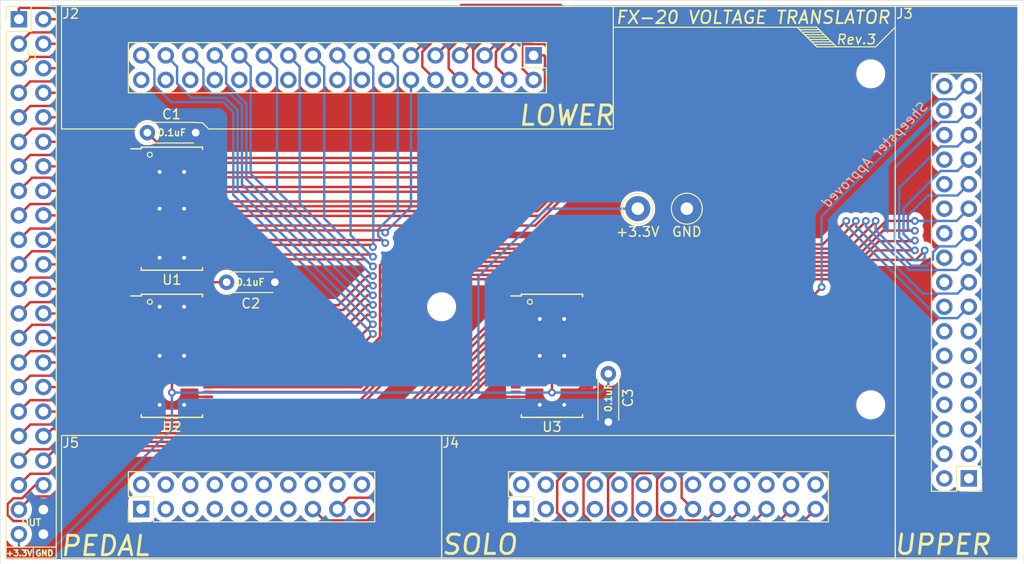
<source format=kicad_pcb>
(kicad_pcb (version 20171130) (host pcbnew "(5.1.5)-3")
  (layers (0 F.Cu signal) (31 B.Cu signal) (34 B.Paste user) (35 F.Paste user) (36 B.SilkS user) (37 F.SilkS user) (38 B.Mask user) (39 F.Mask user) (44 Edge.Cuts user))
  (net 0 "")
  (net 1 /GND)
  (net 2 /+3.3V)
  (net 3 /CL)
  (net 4 /CS)
  (net 5 /D)
  (net 6 /DS)
  (net 7 /E)
  (net 8 /F)
  (net 9 /FS)
  (net 10 /G)
  (net 11 /GS)
  (net 12 /A)
  (net 13 /AS)
  (net 14 /B)
  (net 15 /C)
  (net 16 /LU4)
  (net 17 /LU3)
  (net 18 /LU2)
  (net 19 /LU1)
  (net 20 /LU0)
  (net 21 /LD0)
  (net 22 /LD1)
  (net 23 /LD2)
  (net 24 /LD3)
  (net 25 /LD4)
  (net 26 /UU4)
  (net 27 /UU3)
  (net 28 /UU2)
  (net 29 /UU1)
  (net 30 /UU0)
  (net 31 /UD0)
  (net 32 /UD1)
  (net 33 /UD2)
  (net 34 /UD3)
  (net 35 /UD4)
  (net 36 /SU4)
  (net 37 /SU3)
  (net 38 /SU2)
  (net 39 /SD2)
  (net 40 /SD3)
  (net 41 /SD4)
  (net 42 /PD0)
  (net 43 /PD1)
  (net 44 /CLi)
  (net 45 /CSi)
  (net 46 /Di)
  (net 47 /DSi)
  (net 48 /Ei)
  (net 49 /Fi)
  (net 50 /FSi)
  (net 51 /Gi)
  (net 52 /GSi)
  (net 53 /Ai)
  (net 54 /ASi)
  (net 55 /Bi)
  (net 56 /Ci)
  (net 57 "Net-(J2-Pad14)")
  (net 58 /LU4i)
  (net 59 "Net-(J2-Pad16)")
  (net 60 /LU3i)
  (net 61 "Net-(J2-Pad18)")
  (net 62 /LU2i)
  (net 63 "Net-(J2-Pad20)")
  (net 64 /LU1i)
  (net 65 "Net-(J2-Pad22)")
  (net 66 /LU0i)
  (net 67 "Net-(J2-Pad24)")
  (net 68 /LD0i)
  (net 69 "Net-(J2-Pad26)")
  (net 70 /LD1i)
  (net 71 "Net-(J2-Pad28)")
  (net 72 /LD2i)
  (net 73 "Net-(J2-Pad30)")
  (net 74 /LD3i)
  (net 75 "Net-(J2-Pad32)")
  (net 76 /LD4i)
  (net 77 "Net-(J2-Pad34)")
  (net 78 "Net-(J3-Pad34)")
  (net 79 /UD4i)
  (net 80 "Net-(J3-Pad32)")
  (net 81 /UD3i)
  (net 82 "Net-(J3-Pad30)")
  (net 83 /UD2i)
  (net 84 "Net-(J3-Pad28)")
  (net 85 /UD1i)
  (net 86 "Net-(J3-Pad26)")
  (net 87 /UD0i)
  (net 88 "Net-(J3-Pad24)")
  (net 89 /UU0i)
  (net 90 "Net-(J3-Pad22)")
  (net 91 /UU1i)
  (net 92 "Net-(J3-Pad20)")
  (net 93 /UU2i)
  (net 94 "Net-(J3-Pad18)")
  (net 95 /UU3i)
  (net 96 "Net-(J3-Pad16)")
  (net 97 /UU4i)
  (net 98 "Net-(J3-Pad14)")
  (net 99 "Net-(J3-Pad13)")
  (net 100 "Net-(J3-Pad12)")
  (net 101 "Net-(J3-Pad11)")
  (net 102 "Net-(J3-Pad10)")
  (net 103 "Net-(J3-Pad9)")
  (net 104 "Net-(J3-Pad8)")
  (net 105 "Net-(J3-Pad7)")
  (net 106 "Net-(J3-Pad6)")
  (net 107 "Net-(J3-Pad5)")
  (net 108 "Net-(J3-Pad4)")
  (net 109 "Net-(J3-Pad3)")
  (net 110 "Net-(J3-Pad2)")
  (net 111 "Net-(J3-Pad1)")
  (net 112 "Net-(J4-Pad1)")
  (net 113 "Net-(J4-Pad2)")
  (net 114 "Net-(J4-Pad3)")
  (net 115 "Net-(J4-Pad4)")
  (net 116 "Net-(J4-Pad5)")
  (net 117 "Net-(J4-Pad6)")
  (net 118 "Net-(J4-Pad7)")
  (net 119 "Net-(J4-Pad8)")
  (net 120 "Net-(J4-Pad9)")
  (net 121 "Net-(J4-Pad10)")
  (net 122 "Net-(J4-Pad11)")
  (net 123 "Net-(J4-Pad12)")
  (net 124 "Net-(J4-Pad13)")
  (net 125 "Net-(J4-Pad14)")
  (net 126 /SU4i)
  (net 127 "Net-(J4-Pad16)")
  (net 128 /SU3i)
  (net 129 "Net-(J4-Pad18)")
  (net 130 /SU2i)
  (net 131 "Net-(J4-Pad20)")
  (net 132 /SD2i)
  (net 133 "Net-(J4-Pad22)")
  (net 134 /SD3i)
  (net 135 "Net-(J4-Pad24)")
  (net 136 /SD4i)
  (net 137 "Net-(J4-Pad26)")
  (net 138 "Net-(J5-Pad1)")
  (net 139 "Net-(J5-Pad2)")
  (net 140 "Net-(J5-Pad3)")
  (net 141 "Net-(J5-Pad4)")
  (net 142 "Net-(J5-Pad5)")
  (net 143 "Net-(J5-Pad6)")
  (net 144 "Net-(J5-Pad7)")
  (net 145 "Net-(J5-Pad8)")
  (net 146 "Net-(J5-Pad9)")
  (net 147 "Net-(J5-Pad10)")
  (net 148 "Net-(J5-Pad11)")
  (net 149 "Net-(J5-Pad12)")
  (net 150 "Net-(J5-Pad13)")
  (net 151 "Net-(J5-Pad14)")
  (net 152 /PD1i)
  (net 153 "Net-(J5-Pad16)")
  (net 154 /PD0i)
  (net 155 "Net-(J5-Pad18)")
  (net 156 "Net-(J5-Pad19)")
  (net 157 "Net-(J5-Pad20)")
  (net 158 "Net-(U3-Pad14)")
  (net 159 "Net-(U3-Pad16)")
  (net 160 "Net-(U3-Pad17)")
  (net 161 "Net-(U3-Pad19)")
  (net 162 "Net-(U3-Pad20)")
  (net 163 "Net-(U3-Pad22)")
  (net 164 "Net-(U3-Pad23)")
  (module Connector_PinSocket_2.54mm:PinSocket_2x22_P2.54mm_Vertical (layer F.Cu) (at 122.5804 90.86596)
    (fp_text reference J1 (at 0.3556 3.74904) (layer F.SilkS) (effects (justify left)))
    (fp_text value OUT (at 2.3876 52.13604) (layer F.SilkS) (effects (font (size 0.7 0.7)) (justify right)))
    (pad 44 thru_hole oval (at 2.54 53.34) (size 1.7 1.7) (drill 1) (layers *.Cu *.Mask) (net 1 /GND))
    (pad 43 thru_hole oval (at 0 53.34) (size 1.7 1.7) (drill 1) (layers *.Cu *.Mask) (net 2 /+3.3V))
    (pad 42 thru_hole oval (at 2.54 50.8) (size 1.7 1.7) (drill 1) (layers *.Cu *.Mask) (net 1 /GND))
    (pad 41 thru_hole oval (at 0 50.8) (size 1.7 1.7) (drill 1) (layers *.Cu *.Mask) (net 43 /PD1))
    (pad 40 thru_hole oval (at 2.54 48.26) (size 1.7 1.7) (drill 1) (layers *.Cu *.Mask) (net 42 /PD0))
    (pad 39 thru_hole oval (at 0 48.26) (size 1.7 1.7) (drill 1) (layers *.Cu *.Mask) (net 41 /SD4))
    (pad 38 thru_hole oval (at 2.54 45.72) (size 1.7 1.7) (drill 1) (layers *.Cu *.Mask) (net 40 /SD3))
    (pad 37 thru_hole oval (at 0 45.72) (size 1.7 1.7) (drill 1) (layers *.Cu *.Mask) (net 39 /SD2))
    (pad 36 thru_hole oval (at 2.54 43.18) (size 1.7 1.7) (drill 1) (layers *.Cu *.Mask) (net 38 /SU2))
    (pad 35 thru_hole oval (at 0 43.18) (size 1.7 1.7) (drill 1) (layers *.Cu *.Mask) (net 37 /SU3))
    (pad 34 thru_hole oval (at 2.54 40.64) (size 1.7 1.7) (drill 1) (layers *.Cu *.Mask) (net 36 /SU4))
    (pad 33 thru_hole oval (at 0 40.64) (size 1.7 1.7) (drill 1) (layers *.Cu *.Mask) (net 35 /UD4))
    (pad 32 thru_hole oval (at 2.54 38.1) (size 1.7 1.7) (drill 1) (layers *.Cu *.Mask) (net 34 /UD3))
    (pad 31 thru_hole oval (at 0 38.1) (size 1.7 1.7) (drill 1) (layers *.Cu *.Mask) (net 33 /UD2))
    (pad 30 thru_hole oval (at 2.54 35.56) (size 1.7 1.7) (drill 1) (layers *.Cu *.Mask) (net 32 /UD1))
    (pad 29 thru_hole oval (at 0 35.56) (size 1.7 1.7) (drill 1) (layers *.Cu *.Mask) (net 31 /UD0))
    (pad 28 thru_hole oval (at 2.54 33.02) (size 1.7 1.7) (drill 1) (layers *.Cu *.Mask) (net 30 /UU0))
    (pad 27 thru_hole oval (at 0 33.02) (size 1.7 1.7) (drill 1) (layers *.Cu *.Mask) (net 29 /UU1))
    (pad 26 thru_hole oval (at 2.54 30.48) (size 1.7 1.7) (drill 1) (layers *.Cu *.Mask) (net 28 /UU2))
    (pad 25 thru_hole oval (at 0 30.48) (size 1.7 1.7) (drill 1) (layers *.Cu *.Mask) (net 27 /UU3))
    (pad 24 thru_hole oval (at 2.54 27.94) (size 1.7 1.7) (drill 1) (layers *.Cu *.Mask) (net 26 /UU4))
    (pad 23 thru_hole oval (at 0 27.94) (size 1.7 1.7) (drill 1) (layers *.Cu *.Mask) (net 25 /LD4))
    (pad 22 thru_hole oval (at 2.54 25.4) (size 1.7 1.7) (drill 1) (layers *.Cu *.Mask) (net 24 /LD3))
    (pad 21 thru_hole oval (at 0 25.4) (size 1.7 1.7) (drill 1) (layers *.Cu *.Mask) (net 23 /LD2))
    (pad 20 thru_hole oval (at 2.54 22.86) (size 1.7 1.7) (drill 1) (layers *.Cu *.Mask) (net 22 /LD1))
    (pad 19 thru_hole oval (at 0 22.86) (size 1.7 1.7) (drill 1) (layers *.Cu *.Mask) (net 21 /LD0))
    (pad 18 thru_hole oval (at 2.54 20.32) (size 1.7 1.7) (drill 1) (layers *.Cu *.Mask) (net 20 /LU0))
    (pad 17 thru_hole oval (at 0 20.32) (size 1.7 1.7) (drill 1) (layers *.Cu *.Mask) (net 19 /LU1))
    (pad 16 thru_hole oval (at 2.54 17.78) (size 1.7 1.7) (drill 1) (layers *.Cu *.Mask) (net 18 /LU2))
    (pad 15 thru_hole oval (at 0 17.78) (size 1.7 1.7) (drill 1) (layers *.Cu *.Mask) (net 17 /LU3))
    (pad 14 thru_hole oval (at 2.54 15.24) (size 1.7 1.7) (drill 1) (layers *.Cu *.Mask) (net 16 /LU4))
    (pad 13 thru_hole oval (at 0 15.24) (size 1.7 1.7) (drill 1) (layers *.Cu *.Mask) (net 15 /C))
    (pad 12 thru_hole oval (at 2.54 12.7) (size 1.7 1.7) (drill 1) (layers *.Cu *.Mask) (net 14 /B))
    (pad 11 thru_hole oval (at 0 12.7) (size 1.7 1.7) (drill 1) (layers *.Cu *.Mask) (net 13 /AS))
    (pad 10 thru_hole oval (at 2.54 10.16) (size 1.7 1.7) (drill 1) (layers *.Cu *.Mask) (net 12 /A))
    (pad 9 thru_hole oval (at 0 10.16) (size 1.7 1.7) (drill 1) (layers *.Cu *.Mask) (net 11 /GS))
    (pad 8 thru_hole oval (at 2.54 7.62) (size 1.7 1.7) (drill 1) (layers *.Cu *.Mask) (net 10 /G))
    (pad 7 thru_hole oval (at 0 7.62) (size 1.7 1.7) (drill 1) (layers *.Cu *.Mask) (net 9 /FS))
    (pad 6 thru_hole oval (at 2.54 5.08) (size 1.7 1.7) (drill 1) (layers *.Cu *.Mask) (net 8 /F))
    (pad 5 thru_hole oval (at 0 5.08) (size 1.7 1.7) (drill 1) (layers *.Cu *.Mask) (net 7 /E))
    (pad 4 thru_hole oval (at 2.54 2.54) (size 1.7 1.7) (drill 1) (layers *.Cu *.Mask) (net 6 /DS))
    (pad 3 thru_hole oval (at 0 2.54) (size 1.7 1.7) (drill 1) (layers *.Cu *.Mask) (net 5 /D))
    (pad 2 thru_hole oval (at 2.54 0) (size 1.7 1.7) (drill 1) (layers *.Cu *.Mask) (net 4 /CS))
    (pad 1 thru_hole rect (at 0 0) (size 1.7 1.7) (drill 1) (layers *.Cu *.Mask) (net 3 /CL))
  )
  (module MountingHole:MountingHole_2mm (layer F.Cu) (at 210.82 96.52)
    (fp_text reference REF**)
    (fp_text value MountingHole_2mm)
    (pad "" np_thru_hole circle (at 0 0) (size 2 2) (drill 2) (layers *.Cu *.Mask))
  )
  (module MountingHole:MountingHole_2mm (layer F.Cu) (at 210.82 130.81)
    (fp_text reference REF**)
    (fp_text value MountingHole_2mm)
    (pad "" np_thru_hole circle (at 0 0) (size 2 2) (drill 2) (layers *.Cu *.Mask))
  )
  (module MountingHole:MountingHole_2mm (layer F.Cu) (at 166.37 120.65)
    (fp_text reference REF**)
    (fp_text value MountingHole_2mm)
    (pad "" np_thru_hole circle (at 0 0) (size 2 2) (drill 2) (layers *.Cu *.Mask))
  )
  (module Connector_Pin:Pin_D1.3mm_L11.0mm (layer F.Cu) (at 191.77 110.49)
    (fp_text reference GND (at 0 2.4) (layer F.SilkS))
    (fp_text value Pin_D1.3mm_L11.0mm)
    (pad 1 thru_hole circle (at 0 0) (size 2.6 2.6) (drill 1.3) (layers *.Cu *.Mask) (net 1 /GND))
  )
  (module Connector_Pin:Pin_D1.3mm_L11.0mm (layer F.Cu) (at 186.69 110.49)
    (fp_text reference +3.3V (at 0 2.4) (layer F.SilkS))
    (fp_text value Pin_D1.3mm_L11.0mm)
    (pad 1 thru_hole circle (at 0 0) (size 2.6 2.6) (drill 1.3) (layers *.Cu *.Mask) (net 2 /+3.3V))
  )
  (module Capacitor_THT:C_Disc_D4.3mm_W1.9mm_P5.00mm (layer F.Cu) (at 183.642 132.588 90)
    (fp_text reference C3 (at 2.5 2.032 90) (layer F.SilkS))
    (fp_text value 0.1uF (at 2.5 0 90) (layer F.SilkS) (effects (font (size 0.7 0.7))))
    (pad 1 thru_hole circle (at 0 0 90) (size 1.6 1.6) (drill 0.8) (layers *.Cu *.Mask) (net 1 /GND))
    (pad 2 thru_hole circle (at 5 0 90) (size 1.6 1.6) (drill 0.8) (layers *.Cu *.Mask) (net 2 /+3.3V))
  )
  (module Capacitor_THT:C_Disc_D4.3mm_W1.9mm_P5.00mm (layer F.Cu) (at 149.098 118.11 180)
    (fp_text reference C2 (at 2.5 -2.2) (layer F.SilkS))
    (fp_text value 0.1uF (at 2.54 0) (layer F.SilkS) (effects (font (size 0.7 0.7))))
    (pad 2 thru_hole circle (at 5 0 180) (size 1.6 1.6) (drill 0.8) (layers *.Cu *.Mask) (net 2 /+3.3V))
    (pad 1 thru_hole circle (at 0 0 180) (size 1.6 1.6) (drill 0.8) (layers *.Cu *.Mask) (net 1 /GND))
  )
  (module Capacitor_THT:C_Disc_D4.3mm_W1.9mm_P5.00mm (layer F.Cu) (at 140.89 102.616 180)
    (fp_text reference C1 (at 2.5 1.905) (layer F.SilkS))
    (fp_text value 0.1uF (at 2.46 0) (layer F.SilkS) (effects (font (size 0.7 0.7))))
    (pad 2 thru_hole circle (at 5 0 180) (size 1.6 1.6) (drill 0.8) (layers *.Cu *.Mask) (net 2 /+3.3V))
    (pad 1 thru_hole circle (at 0 0 180) (size 1.6 1.6) (drill 0.8) (layers *.Cu *.Mask) (net 1 /GND))
  )
  (module Connector_PinHeader_2.54mm:PinHeader_2x17_P2.54mm_Vertical (layer F.Cu) (at 175.895 94.615 270)
    (fp_text reference J2 (at -4.318 48.895 180) (layer F.SilkS) (effects (justify left)))
    (fp_text value LOWER (at 6.223 -8.509 180) (layer F.SilkS) (effects (font (size 2 2) (thickness 0.3) italic) (justify right)))
    (pad 1 thru_hole rect (at 0 0 270) (size 1.7 1.7) (drill 1) (layers *.Cu *.Mask) (net 44 /CLi))
    (pad 2 thru_hole oval (at 2.54 0 270) (size 1.7 1.7) (drill 1) (layers *.Cu *.Mask) (net 45 /CSi))
    (pad 3 thru_hole oval (at 0 2.54 270) (size 1.7 1.7) (drill 1) (layers *.Cu *.Mask) (net 46 /Di))
    (pad 4 thru_hole oval (at 2.54 2.54 270) (size 1.7 1.7) (drill 1) (layers *.Cu *.Mask) (net 47 /DSi))
    (pad 5 thru_hole oval (at 0 5.08 270) (size 1.7 1.7) (drill 1) (layers *.Cu *.Mask) (net 48 /Ei))
    (pad 6 thru_hole oval (at 2.54 5.08 270) (size 1.7 1.7) (drill 1) (layers *.Cu *.Mask) (net 49 /Fi))
    (pad 7 thru_hole oval (at 0 7.62 270) (size 1.7 1.7) (drill 1) (layers *.Cu *.Mask) (net 50 /FSi))
    (pad 8 thru_hole oval (at 2.54 7.62 270) (size 1.7 1.7) (drill 1) (layers *.Cu *.Mask) (net 51 /Gi))
    (pad 9 thru_hole oval (at 0 10.16 270) (size 1.7 1.7) (drill 1) (layers *.Cu *.Mask) (net 52 /GSi))
    (pad 10 thru_hole oval (at 2.54 10.16 270) (size 1.7 1.7) (drill 1) (layers *.Cu *.Mask) (net 53 /Ai))
    (pad 11 thru_hole oval (at 0 12.7 270) (size 1.7 1.7) (drill 1) (layers *.Cu *.Mask) (net 54 /ASi))
    (pad 12 thru_hole oval (at 2.54 12.7 270) (size 1.7 1.7) (drill 1) (layers *.Cu *.Mask) (net 55 /Bi))
    (pad 13 thru_hole oval (at 0 15.24 270) (size 1.7 1.7) (drill 1) (layers *.Cu *.Mask) (net 56 /Ci))
    (pad 14 thru_hole oval (at 2.54 15.24 270) (size 1.7 1.7) (drill 1) (layers *.Cu *.Mask) (net 57 "Net-(J2-Pad14)"))
    (pad 15 thru_hole oval (at 0 17.78 270) (size 1.7 1.7) (drill 1) (layers *.Cu *.Mask) (net 58 /LU4i))
    (pad 16 thru_hole oval (at 2.54 17.78 270) (size 1.7 1.7) (drill 1) (layers *.Cu *.Mask) (net 59 "Net-(J2-Pad16)"))
    (pad 17 thru_hole oval (at 0 20.32 270) (size 1.7 1.7) (drill 1) (layers *.Cu *.Mask) (net 60 /LU3i))
    (pad 18 thru_hole oval (at 2.54 20.32 270) (size 1.7 1.7) (drill 1) (layers *.Cu *.Mask) (net 61 "Net-(J2-Pad18)"))
    (pad 19 thru_hole oval (at 0 22.86 270) (size 1.7 1.7) (drill 1) (layers *.Cu *.Mask) (net 62 /LU2i))
    (pad 20 thru_hole oval (at 2.54 22.86 270) (size 1.7 1.7) (drill 1) (layers *.Cu *.Mask) (net 63 "Net-(J2-Pad20)"))
    (pad 21 thru_hole oval (at 0 25.4 270) (size 1.7 1.7) (drill 1) (layers *.Cu *.Mask) (net 64 /LU1i))
    (pad 22 thru_hole oval (at 2.54 25.4 270) (size 1.7 1.7) (drill 1) (layers *.Cu *.Mask) (net 65 "Net-(J2-Pad22)"))
    (pad 23 thru_hole oval (at 0 27.94 270) (size 1.7 1.7) (drill 1) (layers *.Cu *.Mask) (net 66 /LU0i))
    (pad 24 thru_hole oval (at 2.54 27.94 270) (size 1.7 1.7) (drill 1) (layers *.Cu *.Mask) (net 67 "Net-(J2-Pad24)"))
    (pad 25 thru_hole oval (at 0 30.48 270) (size 1.7 1.7) (drill 1) (layers *.Cu *.Mask) (net 68 /LD0i))
    (pad 26 thru_hole oval (at 2.54 30.48 270) (size 1.7 1.7) (drill 1) (layers *.Cu *.Mask) (net 69 "Net-(J2-Pad26)"))
    (pad 27 thru_hole oval (at 0 33.02 270) (size 1.7 1.7) (drill 1) (layers *.Cu *.Mask) (net 70 /LD1i))
    (pad 28 thru_hole oval (at 2.54 33.02 270) (size 1.7 1.7) (drill 1) (layers *.Cu *.Mask) (net 71 "Net-(J2-Pad28)"))
    (pad 29 thru_hole oval (at 0 35.56 270) (size 1.7 1.7) (drill 1) (layers *.Cu *.Mask) (net 72 /LD2i))
    (pad 30 thru_hole oval (at 2.54 35.56 270) (size 1.7 1.7) (drill 1) (layers *.Cu *.Mask) (net 73 "Net-(J2-Pad30)"))
    (pad 31 thru_hole oval (at 0 38.1 270) (size 1.7 1.7) (drill 1) (layers *.Cu *.Mask) (net 74 /LD3i))
    (pad 32 thru_hole oval (at 2.54 38.1 270) (size 1.7 1.7) (drill 1) (layers *.Cu *.Mask) (net 75 "Net-(J2-Pad32)"))
    (pad 33 thru_hole oval (at 0 40.64 270) (size 1.7 1.7) (drill 1) (layers *.Cu *.Mask) (net 76 /LD4i))
    (pad 34 thru_hole oval (at 2.54 40.64 270) (size 1.7 1.7) (drill 1) (layers *.Cu *.Mask) (net 77 "Net-(J2-Pad34)"))
  )
  (module Connector_PinHeader_2.54mm:PinHeader_2x17_P2.54mm_Vertical (layer F.Cu) (at 220.98 138.43 180)
    (fp_text reference J3 (at 7.62 48.133) (layer F.SilkS) (effects (justify left)))
    (fp_text value UPPER (at 7.874 -6.858) (layer F.SilkS) (effects (font (size 2 2) (thickness 0.3) italic) (justify left)))
    (pad 34 thru_hole oval (at 2.54 40.64 180) (size 1.7 1.7) (drill 1) (layers *.Cu *.Mask) (net 78 "Net-(J3-Pad34)"))
    (pad 33 thru_hole oval (at 0 40.64 180) (size 1.7 1.7) (drill 1) (layers *.Cu *.Mask) (net 79 /UD4i))
    (pad 32 thru_hole oval (at 2.54 38.1 180) (size 1.7 1.7) (drill 1) (layers *.Cu *.Mask) (net 80 "Net-(J3-Pad32)"))
    (pad 31 thru_hole oval (at 0 38.1 180) (size 1.7 1.7) (drill 1) (layers *.Cu *.Mask) (net 81 /UD3i))
    (pad 30 thru_hole oval (at 2.54 35.56 180) (size 1.7 1.7) (drill 1) (layers *.Cu *.Mask) (net 82 "Net-(J3-Pad30)"))
    (pad 29 thru_hole oval (at 0 35.56 180) (size 1.7 1.7) (drill 1) (layers *.Cu *.Mask) (net 83 /UD2i))
    (pad 28 thru_hole oval (at 2.54 33.02 180) (size 1.7 1.7) (drill 1) (layers *.Cu *.Mask) (net 84 "Net-(J3-Pad28)"))
    (pad 27 thru_hole oval (at 0 33.02 180) (size 1.7 1.7) (drill 1) (layers *.Cu *.Mask) (net 85 /UD1i))
    (pad 26 thru_hole oval (at 2.54 30.48 180) (size 1.7 1.7) (drill 1) (layers *.Cu *.Mask) (net 86 "Net-(J3-Pad26)"))
    (pad 25 thru_hole oval (at 0 30.48 180) (size 1.7 1.7) (drill 1) (layers *.Cu *.Mask) (net 87 /UD0i))
    (pad 24 thru_hole oval (at 2.54 27.94 180) (size 1.7 1.7) (drill 1) (layers *.Cu *.Mask) (net 88 "Net-(J3-Pad24)"))
    (pad 23 thru_hole oval (at 0 27.94 180) (size 1.7 1.7) (drill 1) (layers *.Cu *.Mask) (net 89 /UU0i))
    (pad 22 thru_hole oval (at 2.54 25.4 180) (size 1.7 1.7) (drill 1) (layers *.Cu *.Mask) (net 90 "Net-(J3-Pad22)"))
    (pad 21 thru_hole oval (at 0 25.4 180) (size 1.7 1.7) (drill 1) (layers *.Cu *.Mask) (net 91 /UU1i))
    (pad 20 thru_hole oval (at 2.54 22.86 180) (size 1.7 1.7) (drill 1) (layers *.Cu *.Mask) (net 92 "Net-(J3-Pad20)"))
    (pad 19 thru_hole oval (at 0 22.86 180) (size 1.7 1.7) (drill 1) (layers *.Cu *.Mask) (net 93 /UU2i))
    (pad 18 thru_hole oval (at 2.54 20.32 180) (size 1.7 1.7) (drill 1) (layers *.Cu *.Mask) (net 94 "Net-(J3-Pad18)"))
    (pad 17 thru_hole oval (at 0 20.32 180) (size 1.7 1.7) (drill 1) (layers *.Cu *.Mask) (net 95 /UU3i))
    (pad 16 thru_hole oval (at 2.54 17.78 180) (size 1.7 1.7) (drill 1) (layers *.Cu *.Mask) (net 96 "Net-(J3-Pad16)"))
    (pad 15 thru_hole oval (at 0 17.78 180) (size 1.7 1.7) (drill 1) (layers *.Cu *.Mask) (net 97 /UU4i))
    (pad 14 thru_hole oval (at 2.54 15.24 180) (size 1.7 1.7) (drill 1) (layers *.Cu *.Mask) (net 98 "Net-(J3-Pad14)"))
    (pad 13 thru_hole oval (at 0 15.24 180) (size 1.7 1.7) (drill 1) (layers *.Cu *.Mask) (net 99 "Net-(J3-Pad13)"))
    (pad 12 thru_hole oval (at 2.54 12.7 180) (size 1.7 1.7) (drill 1) (layers *.Cu *.Mask) (net 100 "Net-(J3-Pad12)"))
    (pad 11 thru_hole oval (at 0 12.7 180) (size 1.7 1.7) (drill 1) (layers *.Cu *.Mask) (net 101 "Net-(J3-Pad11)"))
    (pad 10 thru_hole oval (at 2.54 10.16 180) (size 1.7 1.7) (drill 1) (layers *.Cu *.Mask) (net 102 "Net-(J3-Pad10)"))
    (pad 9 thru_hole oval (at 0 10.16 180) (size 1.7 1.7) (drill 1) (layers *.Cu *.Mask) (net 103 "Net-(J3-Pad9)"))
    (pad 8 thru_hole oval (at 2.54 7.62 180) (size 1.7 1.7) (drill 1) (layers *.Cu *.Mask) (net 104 "Net-(J3-Pad8)"))
    (pad 7 thru_hole oval (at 0 7.62 180) (size 1.7 1.7) (drill 1) (layers *.Cu *.Mask) (net 105 "Net-(J3-Pad7)"))
    (pad 6 thru_hole oval (at 2.54 5.08 180) (size 1.7 1.7) (drill 1) (layers *.Cu *.Mask) (net 106 "Net-(J3-Pad6)"))
    (pad 5 thru_hole oval (at 0 5.08 180) (size 1.7 1.7) (drill 1) (layers *.Cu *.Mask) (net 107 "Net-(J3-Pad5)"))
    (pad 4 thru_hole oval (at 2.54 2.54 180) (size 1.7 1.7) (drill 1) (layers *.Cu *.Mask) (net 108 "Net-(J3-Pad4)"))
    (pad 3 thru_hole oval (at 0 2.54 180) (size 1.7 1.7) (drill 1) (layers *.Cu *.Mask) (net 109 "Net-(J3-Pad3)"))
    (pad 2 thru_hole oval (at 2.54 0 180) (size 1.7 1.7) (drill 1) (layers *.Cu *.Mask) (net 110 "Net-(J3-Pad2)"))
    (pad 1 thru_hole rect (at 0 0 180) (size 1.7 1.7) (drill 1) (layers *.Cu *.Mask) (net 111 "Net-(J3-Pad1)"))
  )
  (module Connector_PinHeader_2.54mm:PinHeader_2x13_P2.54mm_Vertical (layer F.Cu) (at 174.625 141.605 90)
    (fp_text reference J4 (at 6.858 -8.255 180) (layer F.SilkS) (effects (justify left)))
    (fp_text value SOLO (at -3.683 -8.382 180) (layer F.SilkS) (effects (font (size 2 2) (thickness 0.3) italic) (justify left)))
    (pad 1 thru_hole rect (at 0 0 90) (size 1.7 1.7) (drill 1) (layers *.Cu *.Mask) (net 112 "Net-(J4-Pad1)"))
    (pad 2 thru_hole oval (at 2.54 0 90) (size 1.7 1.7) (drill 1) (layers *.Cu *.Mask) (net 113 "Net-(J4-Pad2)"))
    (pad 3 thru_hole oval (at 0 2.54 90) (size 1.7 1.7) (drill 1) (layers *.Cu *.Mask) (net 114 "Net-(J4-Pad3)"))
    (pad 4 thru_hole oval (at 2.54 2.54 90) (size 1.7 1.7) (drill 1) (layers *.Cu *.Mask) (net 115 "Net-(J4-Pad4)"))
    (pad 5 thru_hole oval (at 0 5.08 90) (size 1.7 1.7) (drill 1) (layers *.Cu *.Mask) (net 116 "Net-(J4-Pad5)"))
    (pad 6 thru_hole oval (at 2.54 5.08 90) (size 1.7 1.7) (drill 1) (layers *.Cu *.Mask) (net 117 "Net-(J4-Pad6)"))
    (pad 7 thru_hole oval (at 0 7.62 90) (size 1.7 1.7) (drill 1) (layers *.Cu *.Mask) (net 118 "Net-(J4-Pad7)"))
    (pad 8 thru_hole oval (at 2.54 7.62 90) (size 1.7 1.7) (drill 1) (layers *.Cu *.Mask) (net 119 "Net-(J4-Pad8)"))
    (pad 9 thru_hole oval (at 0 10.16 90) (size 1.7 1.7) (drill 1) (layers *.Cu *.Mask) (net 120 "Net-(J4-Pad9)"))
    (pad 10 thru_hole oval (at 2.54 10.16 90) (size 1.7 1.7) (drill 1) (layers *.Cu *.Mask) (net 121 "Net-(J4-Pad10)"))
    (pad 11 thru_hole oval (at 0 12.7 90) (size 1.7 1.7) (drill 1) (layers *.Cu *.Mask) (net 122 "Net-(J4-Pad11)"))
    (pad 12 thru_hole oval (at 2.54 12.7 90) (size 1.7 1.7) (drill 1) (layers *.Cu *.Mask) (net 123 "Net-(J4-Pad12)"))
    (pad 13 thru_hole oval (at 0 15.24 90) (size 1.7 1.7) (drill 1) (layers *.Cu *.Mask) (net 124 "Net-(J4-Pad13)"))
    (pad 14 thru_hole oval (at 2.54 15.24 90) (size 1.7 1.7) (drill 1) (layers *.Cu *.Mask) (net 125 "Net-(J4-Pad14)"))
    (pad 15 thru_hole oval (at 0 17.78 90) (size 1.7 1.7) (drill 1) (layers *.Cu *.Mask) (net 126 /SU4i))
    (pad 16 thru_hole oval (at 2.54 17.78 90) (size 1.7 1.7) (drill 1) (layers *.Cu *.Mask) (net 127 "Net-(J4-Pad16)"))
    (pad 17 thru_hole oval (at 0 20.32 90) (size 1.7 1.7) (drill 1) (layers *.Cu *.Mask) (net 128 /SU3i))
    (pad 18 thru_hole oval (at 2.54 20.32 90) (size 1.7 1.7) (drill 1) (layers *.Cu *.Mask) (net 129 "Net-(J4-Pad18)"))
    (pad 19 thru_hole oval (at 0 22.86 90) (size 1.7 1.7) (drill 1) (layers *.Cu *.Mask) (net 130 /SU2i))
    (pad 20 thru_hole oval (at 2.54 22.86 90) (size 1.7 1.7) (drill 1) (layers *.Cu *.Mask) (net 131 "Net-(J4-Pad20)"))
    (pad 21 thru_hole oval (at 0 25.4 90) (size 1.7 1.7) (drill 1) (layers *.Cu *.Mask) (net 132 /SD2i))
    (pad 22 thru_hole oval (at 2.54 25.4 90) (size 1.7 1.7) (drill 1) (layers *.Cu *.Mask) (net 133 "Net-(J4-Pad22)"))
    (pad 23 thru_hole oval (at 0 27.94 90) (size 1.7 1.7) (drill 1) (layers *.Cu *.Mask) (net 134 /SD3i))
    (pad 24 thru_hole oval (at 2.54 27.94 90) (size 1.7 1.7) (drill 1) (layers *.Cu *.Mask) (net 135 "Net-(J4-Pad24)"))
    (pad 25 thru_hole oval (at 0 30.48 90) (size 1.7 1.7) (drill 1) (layers *.Cu *.Mask) (net 136 /SD4i))
    (pad 26 thru_hole oval (at 2.54 30.48 90) (size 1.7 1.7) (drill 1) (layers *.Cu *.Mask) (net 137 "Net-(J4-Pad26)"))
  )
  (module Connector_PinHeader_2.54mm:PinHeader_2x10_P2.54mm_Vertical (layer F.Cu) (at 135.255 141.605 90)
    (fp_text reference J5 (at 6.858 -8.255 180) (layer F.SilkS) (effects (justify left)))
    (fp_text value PEDAL (at -3.81 -8.509 180) (layer F.SilkS) (effects (font (size 2 2) (thickness 0.3) italic) (justify left)))
    (pad 1 thru_hole rect (at 0 0 90) (size 1.7 1.7) (drill 1) (layers *.Cu *.Mask) (net 138 "Net-(J5-Pad1)"))
    (pad 2 thru_hole oval (at 2.54 0 90) (size 1.7 1.7) (drill 1) (layers *.Cu *.Mask) (net 139 "Net-(J5-Pad2)"))
    (pad 3 thru_hole oval (at 0 2.54 90) (size 1.7 1.7) (drill 1) (layers *.Cu *.Mask) (net 140 "Net-(J5-Pad3)"))
    (pad 4 thru_hole oval (at 2.54 2.54 90) (size 1.7 1.7) (drill 1) (layers *.Cu *.Mask) (net 141 "Net-(J5-Pad4)"))
    (pad 5 thru_hole oval (at 0 5.08 90) (size 1.7 1.7) (drill 1) (layers *.Cu *.Mask) (net 142 "Net-(J5-Pad5)"))
    (pad 6 thru_hole oval (at 2.54 5.08 90) (size 1.7 1.7) (drill 1) (layers *.Cu *.Mask) (net 143 "Net-(J5-Pad6)"))
    (pad 7 thru_hole oval (at 0 7.62 90) (size 1.7 1.7) (drill 1) (layers *.Cu *.Mask) (net 144 "Net-(J5-Pad7)"))
    (pad 8 thru_hole oval (at 2.54 7.62 90) (size 1.7 1.7) (drill 1) (layers *.Cu *.Mask) (net 145 "Net-(J5-Pad8)"))
    (pad 9 thru_hole oval (at 0 10.16 90) (size 1.7 1.7) (drill 1) (layers *.Cu *.Mask) (net 146 "Net-(J5-Pad9)"))
    (pad 10 thru_hole oval (at 2.54 10.16 90) (size 1.7 1.7) (drill 1) (layers *.Cu *.Mask) (net 147 "Net-(J5-Pad10)"))
    (pad 11 thru_hole oval (at 0 12.7 90) (size 1.7 1.7) (drill 1) (layers *.Cu *.Mask) (net 148 "Net-(J5-Pad11)"))
    (pad 12 thru_hole oval (at 2.54 12.7 90) (size 1.7 1.7) (drill 1) (layers *.Cu *.Mask) (net 149 "Net-(J5-Pad12)"))
    (pad 13 thru_hole oval (at 0 15.24 90) (size 1.7 1.7) (drill 1) (layers *.Cu *.Mask) (net 150 "Net-(J5-Pad13)"))
    (pad 14 thru_hole oval (at 2.54 15.24 90) (size 1.7 1.7) (drill 1) (layers *.Cu *.Mask) (net 151 "Net-(J5-Pad14)"))
    (pad 15 thru_hole oval (at 0 17.78 90) (size 1.7 1.7) (drill 1) (layers *.Cu *.Mask) (net 152 /PD1i))
    (pad 16 thru_hole oval (at 2.54 17.78 90) (size 1.7 1.7) (drill 1) (layers *.Cu *.Mask) (net 153 "Net-(J5-Pad16)"))
    (pad 17 thru_hole oval (at 0 20.32 90) (size 1.7 1.7) (drill 1) (layers *.Cu *.Mask) (net 154 /PD0i))
    (pad 18 thru_hole oval (at 2.54 20.32 90) (size 1.7 1.7) (drill 1) (layers *.Cu *.Mask) (net 155 "Net-(J5-Pad18)"))
    (pad 19 thru_hole oval (at 0 22.86 90) (size 1.7 1.7) (drill 1) (layers *.Cu *.Mask) (net 156 "Net-(J5-Pad19)"))
    (pad 20 thru_hole oval (at 2.54 22.86 90) (size 1.7 1.7) (drill 1) (layers *.Cu *.Mask) (net 157 "Net-(J5-Pad20)"))
  )
  (module Package_SO:TSSOP-48_6.1x12.5mm_P0.5mm (layer F.Cu) (at 138.43 110.49)
    (fp_text reference U1 (at 0 7.366) (layer F.SilkS))
    (fp_text value 74LVC16244A)
    (pad 1 smd rect (at -3.75 -5.75) (size 1 0.285) (layers F.Cu F.Paste F.Mask) (net 1 /GND))
    (pad 2 smd rect (at -3.75 -5.25) (size 1 0.285) (layers F.Cu F.Paste F.Mask) (net 3 /CL))
    (pad 3 smd rect (at -3.75 -4.75) (size 1 0.285) (layers F.Cu F.Paste F.Mask) (net 4 /CS))
    (pad 4 smd rect (at -3.75 -4.25) (size 1 0.285) (layers F.Cu F.Paste F.Mask) (net 1 /GND))
    (pad 5 smd rect (at -3.75 -3.75) (size 1 0.285) (layers F.Cu F.Paste F.Mask) (net 5 /D))
    (pad 6 smd rect (at -3.75 -3.25) (size 1 0.285) (layers F.Cu F.Paste F.Mask) (net 6 /DS))
    (pad 7 smd rect (at -3.75 -2.75) (size 1 0.285) (layers F.Cu F.Paste F.Mask) (net 2 /+3.3V))
    (pad 8 smd rect (at -3.75 -2.25) (size 1 0.285) (layers F.Cu F.Paste F.Mask) (net 7 /E))
    (pad 9 smd rect (at -3.75 -1.75) (size 1 0.285) (layers F.Cu F.Paste F.Mask) (net 8 /F))
    (pad 10 smd rect (at -3.75 -1.25) (size 1 0.285) (layers F.Cu F.Paste F.Mask) (net 1 /GND))
    (pad 11 smd rect (at -3.75 -0.75) (size 1 0.285) (layers F.Cu F.Paste F.Mask) (net 9 /FS))
    (pad 12 smd rect (at -3.75 -0.25) (size 1 0.285) (layers F.Cu F.Paste F.Mask) (net 10 /G))
    (pad 13 smd rect (at -3.75 0.25) (size 1 0.285) (layers F.Cu F.Paste F.Mask) (net 11 /GS))
    (pad 14 smd rect (at -3.75 0.75) (size 1 0.285) (layers F.Cu F.Paste F.Mask) (net 12 /A))
    (pad 15 smd rect (at -3.75 1.25) (size 1 0.285) (layers F.Cu F.Paste F.Mask) (net 1 /GND))
    (pad 16 smd rect (at -3.75 1.75) (size 1 0.285) (layers F.Cu F.Paste F.Mask) (net 13 /AS))
    (pad 17 smd rect (at -3.75 2.25) (size 1 0.285) (layers F.Cu F.Paste F.Mask) (net 14 /B))
    (pad 18 smd rect (at -3.75 2.75) (size 1 0.285) (layers F.Cu F.Paste F.Mask) (net 2 /+3.3V))
    (pad 19 smd rect (at -3.75 3.25) (size 1 0.285) (layers F.Cu F.Paste F.Mask) (net 15 /C))
    (pad 20 smd rect (at -3.75 3.75) (size 1 0.285) (layers F.Cu F.Paste F.Mask) (net 16 /LU4))
    (pad 21 smd rect (at -3.75 4.25) (size 1 0.285) (layers F.Cu F.Paste F.Mask) (net 1 /GND))
    (pad 22 smd rect (at -3.75 4.75) (size 1 0.285) (layers F.Cu F.Paste F.Mask) (net 17 /LU3))
    (pad 23 smd rect (at -3.75 5.25) (size 1 0.285) (layers F.Cu F.Paste F.Mask) (net 18 /LU2))
    (pad 24 smd rect (at -3.75 5.75) (size 1 0.285) (layers F.Cu F.Paste F.Mask) (net 1 /GND))
    (pad 25 smd rect (at 3.75 5.75) (size 1 0.285) (layers F.Cu F.Paste F.Mask) (net 1 /GND))
    (pad 26 smd rect (at 3.75 5.25) (size 1 0.285) (layers F.Cu F.Paste F.Mask) (net 62 /LU2i))
    (pad 27 smd rect (at 3.75 4.75) (size 1 0.285) (layers F.Cu F.Paste F.Mask) (net 60 /LU3i))
    (pad 28 smd rect (at 3.75 4.25) (size 1 0.285) (layers F.Cu F.Paste F.Mask) (net 1 /GND))
    (pad 29 smd rect (at 3.75 3.75) (size 1 0.285) (layers F.Cu F.Paste F.Mask) (net 58 /LU4i))
    (pad 30 smd rect (at 3.75 3.25) (size 1 0.285) (layers F.Cu F.Paste F.Mask) (net 56 /Ci))
    (pad 31 smd rect (at 3.75 2.75) (size 1 0.285) (layers F.Cu F.Paste F.Mask) (net 2 /+3.3V))
    (pad 32 smd rect (at 3.75 2.25) (size 1 0.285) (layers F.Cu F.Paste F.Mask) (net 55 /Bi))
    (pad 33 smd rect (at 3.75 1.75) (size 1 0.285) (layers F.Cu F.Paste F.Mask) (net 54 /ASi))
    (pad 34 smd rect (at 3.75 1.25) (size 1 0.285) (layers F.Cu F.Paste F.Mask) (net 1 /GND))
    (pad 35 smd rect (at 3.75 0.75) (size 1 0.285) (layers F.Cu F.Paste F.Mask) (net 53 /Ai))
    (pad 36 smd rect (at 3.75 0.25) (size 1 0.285) (layers F.Cu F.Paste F.Mask) (net 52 /GSi))
    (pad 37 smd rect (at 3.75 -0.25) (size 1 0.285) (layers F.Cu F.Paste F.Mask) (net 51 /Gi))
    (pad 38 smd rect (at 3.75 -0.75) (size 1 0.285) (layers F.Cu F.Paste F.Mask) (net 50 /FSi))
    (pad 39 smd rect (at 3.75 -1.25) (size 1 0.285) (layers F.Cu F.Paste F.Mask) (net 1 /GND))
    (pad 40 smd rect (at 3.75 -1.75) (size 1 0.285) (layers F.Cu F.Paste F.Mask) (net 49 /Fi))
    (pad 41 smd rect (at 3.75 -2.25) (size 1 0.285) (layers F.Cu F.Paste F.Mask) (net 48 /Ei))
    (pad 42 smd rect (at 3.75 -2.75) (size 1 0.285) (layers F.Cu F.Paste F.Mask) (net 2 /+3.3V))
    (pad 43 smd rect (at 3.75 -3.25) (size 1 0.285) (layers F.Cu F.Paste F.Mask) (net 47 /DSi))
    (pad 44 smd rect (at 3.75 -3.75) (size 1 0.285) (layers F.Cu F.Paste F.Mask) (net 46 /Di))
    (pad 45 smd rect (at 3.75 -4.25) (size 1 0.285) (layers F.Cu F.Paste F.Mask) (net 1 /GND))
    (pad 46 smd rect (at 3.75 -4.75) (size 1 0.285) (layers F.Cu F.Paste F.Mask) (net 45 /CSi))
    (pad 47 smd rect (at 3.75 -5.25) (size 1 0.285) (layers F.Cu F.Paste F.Mask) (net 44 /CLi))
    (pad 48 smd rect (at 3.75 -5.75) (size 1 0.285) (layers F.Cu F.Paste F.Mask) (net 1 /GND))
  )
  (module Package_SO:TSSOP-48_6.1x12.5mm_P0.5mm (layer F.Cu) (at 138.43 125.73)
    (fp_text reference U2 (at 0 7.366) (layer F.SilkS))
    (fp_text value 74LVC16244A)
    (pad 48 smd rect (at 3.75 -5.75) (size 1 0.285) (layers F.Cu F.Paste F.Mask) (net 1 /GND))
    (pad 47 smd rect (at 3.75 -5.25) (size 1 0.285) (layers F.Cu F.Paste F.Mask) (net 64 /LU1i))
    (pad 46 smd rect (at 3.75 -4.75) (size 1 0.285) (layers F.Cu F.Paste F.Mask) (net 66 /LU0i))
    (pad 45 smd rect (at 3.75 -4.25) (size 1 0.285) (layers F.Cu F.Paste F.Mask) (net 1 /GND))
    (pad 44 smd rect (at 3.75 -3.75) (size 1 0.285) (layers F.Cu F.Paste F.Mask) (net 68 /LD0i))
    (pad 43 smd rect (at 3.75 -3.25) (size 1 0.285) (layers F.Cu F.Paste F.Mask) (net 70 /LD1i))
    (pad 42 smd rect (at 3.75 -2.75) (size 1 0.285) (layers F.Cu F.Paste F.Mask) (net 2 /+3.3V))
    (pad 41 smd rect (at 3.75 -2.25) (size 1 0.285) (layers F.Cu F.Paste F.Mask) (net 72 /LD2i))
    (pad 40 smd rect (at 3.75 -1.75) (size 1 0.285) (layers F.Cu F.Paste F.Mask) (net 74 /LD3i))
    (pad 39 smd rect (at 3.75 -1.25) (size 1 0.285) (layers F.Cu F.Paste F.Mask) (net 1 /GND))
    (pad 38 smd rect (at 3.75 -0.75) (size 1 0.285) (layers F.Cu F.Paste F.Mask) (net 76 /LD4i))
    (pad 37 smd rect (at 3.75 -0.25) (size 1 0.285) (layers F.Cu F.Paste F.Mask) (net 97 /UU4i))
    (pad 36 smd rect (at 3.75 0.25) (size 1 0.285) (layers F.Cu F.Paste F.Mask) (net 95 /UU3i))
    (pad 35 smd rect (at 3.75 0.75) (size 1 0.285) (layers F.Cu F.Paste F.Mask) (net 93 /UU2i))
    (pad 34 smd rect (at 3.75 1.25) (size 1 0.285) (layers F.Cu F.Paste F.Mask) (net 1 /GND))
    (pad 33 smd rect (at 3.75 1.75) (size 1 0.285) (layers F.Cu F.Paste F.Mask) (net 91 /UU1i))
    (pad 32 smd rect (at 3.75 2.25) (size 1 0.285) (layers F.Cu F.Paste F.Mask) (net 89 /UU0i))
    (pad 31 smd rect (at 3.75 2.75) (size 1 0.285) (layers F.Cu F.Paste F.Mask) (net 2 /+3.3V))
    (pad 30 smd rect (at 3.75 3.25) (size 1 0.285) (layers F.Cu F.Paste F.Mask) (net 87 /UD0i))
    (pad 29 smd rect (at 3.75 3.75) (size 1 0.285) (layers F.Cu F.Paste F.Mask) (net 85 /UD1i))
    (pad 28 smd rect (at 3.75 4.25) (size 1 0.285) (layers F.Cu F.Paste F.Mask) (net 1 /GND))
    (pad 27 smd rect (at 3.75 4.75) (size 1 0.285) (layers F.Cu F.Paste F.Mask) (net 83 /UD2i))
    (pad 26 smd rect (at 3.75 5.25) (size 1 0.285) (layers F.Cu F.Paste F.Mask) (net 81 /UD3i))
    (pad 25 smd rect (at 3.75 5.75) (size 1 0.285) (layers F.Cu F.Paste F.Mask) (net 1 /GND))
    (pad 24 smd rect (at -3.75 5.75) (size 1 0.285) (layers F.Cu F.Paste F.Mask) (net 1 /GND))
    (pad 23 smd rect (at -3.75 5.25) (size 1 0.285) (layers F.Cu F.Paste F.Mask) (net 34 /UD3))
    (pad 22 smd rect (at -3.75 4.75) (size 1 0.285) (layers F.Cu F.Paste F.Mask) (net 33 /UD2))
    (pad 21 smd rect (at -3.75 4.25) (size 1 0.285) (layers F.Cu F.Paste F.Mask) (net 1 /GND))
    (pad 20 smd rect (at -3.75 3.75) (size 1 0.285) (layers F.Cu F.Paste F.Mask) (net 32 /UD1))
    (pad 19 smd rect (at -3.75 3.25) (size 1 0.285) (layers F.Cu F.Paste F.Mask) (net 31 /UD0))
    (pad 18 smd rect (at -3.75 2.75) (size 1 0.285) (layers F.Cu F.Paste F.Mask) (net 2 /+3.3V))
    (pad 17 smd rect (at -3.75 2.25) (size 1 0.285) (layers F.Cu F.Paste F.Mask) (net 30 /UU0))
    (pad 16 smd rect (at -3.75 1.75) (size 1 0.285) (layers F.Cu F.Paste F.Mask) (net 29 /UU1))
    (pad 15 smd rect (at -3.75 1.25) (size 1 0.285) (layers F.Cu F.Paste F.Mask) (net 1 /GND))
    (pad 14 smd rect (at -3.75 0.75) (size 1 0.285) (layers F.Cu F.Paste F.Mask) (net 28 /UU2))
    (pad 13 smd rect (at -3.75 0.25) (size 1 0.285) (layers F.Cu F.Paste F.Mask) (net 27 /UU3))
    (pad 12 smd rect (at -3.75 -0.25) (size 1 0.285) (layers F.Cu F.Paste F.Mask) (net 26 /UU4))
    (pad 11 smd rect (at -3.75 -0.75) (size 1 0.285) (layers F.Cu F.Paste F.Mask) (net 25 /LD4))
    (pad 10 smd rect (at -3.75 -1.25) (size 1 0.285) (layers F.Cu F.Paste F.Mask) (net 1 /GND))
    (pad 9 smd rect (at -3.75 -1.75) (size 1 0.285) (layers F.Cu F.Paste F.Mask) (net 24 /LD3))
    (pad 8 smd rect (at -3.75 -2.25) (size 1 0.285) (layers F.Cu F.Paste F.Mask) (net 23 /LD2))
    (pad 7 smd rect (at -3.75 -2.75) (size 1 0.285) (layers F.Cu F.Paste F.Mask) (net 2 /+3.3V))
    (pad 6 smd rect (at -3.75 -3.25) (size 1 0.285) (layers F.Cu F.Paste F.Mask) (net 22 /LD1))
    (pad 5 smd rect (at -3.75 -3.75) (size 1 0.285) (layers F.Cu F.Paste F.Mask) (net 21 /LD0))
    (pad 4 smd rect (at -3.75 -4.25) (size 1 0.285) (layers F.Cu F.Paste F.Mask) (net 1 /GND))
    (pad 3 smd rect (at -3.75 -4.75) (size 1 0.285) (layers F.Cu F.Paste F.Mask) (net 20 /LU0))
    (pad 2 smd rect (at -3.75 -5.25) (size 1 0.285) (layers F.Cu F.Paste F.Mask) (net 19 /LU1))
    (pad 1 smd rect (at -3.75 -5.75) (size 1 0.285) (layers F.Cu F.Paste F.Mask) (net 1 /GND))
  )
  (module Package_SO:TSSOP-48_6.1x12.5mm_P0.5mm (layer F.Cu) (at 177.8 125.73)
    (fp_text reference U3 (at 0 7.366) (layer F.SilkS))
    (fp_text value 74LVC16244A)
    (pad 1 smd rect (at -3.75 -5.75) (size 1 0.285) (layers F.Cu F.Paste F.Mask) (net 1 /GND))
    (pad 2 smd rect (at -3.75 -5.25) (size 1 0.285) (layers F.Cu F.Paste F.Mask) (net 35 /UD4))
    (pad 3 smd rect (at -3.75 -4.75) (size 1 0.285) (layers F.Cu F.Paste F.Mask) (net 36 /SU4))
    (pad 4 smd rect (at -3.75 -4.25) (size 1 0.285) (layers F.Cu F.Paste F.Mask) (net 1 /GND))
    (pad 5 smd rect (at -3.75 -3.75) (size 1 0.285) (layers F.Cu F.Paste F.Mask) (net 37 /SU3))
    (pad 6 smd rect (at -3.75 -3.25) (size 1 0.285) (layers F.Cu F.Paste F.Mask) (net 38 /SU2))
    (pad 7 smd rect (at -3.75 -2.75) (size 1 0.285) (layers F.Cu F.Paste F.Mask) (net 2 /+3.3V))
    (pad 8 smd rect (at -3.75 -2.25) (size 1 0.285) (layers F.Cu F.Paste F.Mask) (net 39 /SD2))
    (pad 9 smd rect (at -3.75 -1.75) (size 1 0.285) (layers F.Cu F.Paste F.Mask) (net 40 /SD3))
    (pad 10 smd rect (at -3.75 -1.25) (size 1 0.285) (layers F.Cu F.Paste F.Mask) (net 1 /GND))
    (pad 11 smd rect (at -3.75 -0.75) (size 1 0.285) (layers F.Cu F.Paste F.Mask) (net 41 /SD4))
    (pad 12 smd rect (at -3.75 -0.25) (size 1 0.285) (layers F.Cu F.Paste F.Mask) (net 43 /PD1))
    (pad 13 smd rect (at -3.75 0.25) (size 1 0.285) (layers F.Cu F.Paste F.Mask) (net 42 /PD0))
    (pad 14 smd rect (at -3.75 0.75) (size 1 0.285) (layers F.Cu F.Paste F.Mask) (net 158 "Net-(U3-Pad14)"))
    (pad 15 smd rect (at -3.75 1.25) (size 1 0.285) (layers F.Cu F.Paste F.Mask) (net 1 /GND))
    (pad 16 smd rect (at -3.75 1.75) (size 1 0.285) (layers F.Cu F.Paste F.Mask) (net 159 "Net-(U3-Pad16)"))
    (pad 17 smd rect (at -3.75 2.25) (size 1 0.285) (layers F.Cu F.Paste F.Mask) (net 160 "Net-(U3-Pad17)"))
    (pad 18 smd rect (at -3.75 2.75) (size 1 0.285) (layers F.Cu F.Paste F.Mask) (net 2 /+3.3V))
    (pad 19 smd rect (at -3.75 3.25) (size 1 0.285) (layers F.Cu F.Paste F.Mask) (net 161 "Net-(U3-Pad19)"))
    (pad 20 smd rect (at -3.75 3.75) (size 1 0.285) (layers F.Cu F.Paste F.Mask) (net 162 "Net-(U3-Pad20)"))
    (pad 21 smd rect (at -3.75 4.25) (size 1 0.285) (layers F.Cu F.Paste F.Mask) (net 1 /GND))
    (pad 22 smd rect (at -3.75 4.75) (size 1 0.285) (layers F.Cu F.Paste F.Mask) (net 163 "Net-(U3-Pad22)"))
    (pad 23 smd rect (at -3.75 5.25) (size 1 0.285) (layers F.Cu F.Paste F.Mask) (net 164 "Net-(U3-Pad23)"))
    (pad 24 smd rect (at -3.75 5.75) (size 1 0.285) (layers F.Cu F.Paste F.Mask) (net 1 /GND))
    (pad 25 smd rect (at 3.75 5.75) (size 1 0.285) (layers F.Cu F.Paste F.Mask) (net 1 /GND))
    (pad 26 smd rect (at 3.75 5.25) (size 1 0.285) (layers F.Cu F.Paste F.Mask) (net 1 /GND))
    (pad 27 smd rect (at 3.75 4.75) (size 1 0.285) (layers F.Cu F.Paste F.Mask) (net 1 /GND))
    (pad 28 smd rect (at 3.75 4.25) (size 1 0.285) (layers F.Cu F.Paste F.Mask) (net 1 /GND))
    (pad 29 smd rect (at 3.75 3.75) (size 1 0.285) (layers F.Cu F.Paste F.Mask) (net 1 /GND))
    (pad 30 smd rect (at 3.75 3.25) (size 1 0.285) (layers F.Cu F.Paste F.Mask) (net 1 /GND))
    (pad 31 smd rect (at 3.75 2.75) (size 1 0.285) (layers F.Cu F.Paste F.Mask) (net 2 /+3.3V))
    (pad 32 smd rect (at 3.75 2.25) (size 1 0.285) (layers F.Cu F.Paste F.Mask) (net 1 /GND))
    (pad 33 smd rect (at 3.75 1.75) (size 1 0.285) (layers F.Cu F.Paste F.Mask) (net 1 /GND))
    (pad 34 smd rect (at 3.75 1.25) (size 1 0.285) (layers F.Cu F.Paste F.Mask) (net 1 /GND))
    (pad 35 smd rect (at 3.75 0.75) (size 1 0.285) (layers F.Cu F.Paste F.Mask) (net 1 /GND))
    (pad 36 smd rect (at 3.75 0.25) (size 1 0.285) (layers F.Cu F.Paste F.Mask) (net 154 /PD0i))
    (pad 37 smd rect (at 3.75 -0.25) (size 1 0.285) (layers F.Cu F.Paste F.Mask) (net 152 /PD1i))
    (pad 38 smd rect (at 3.75 -0.75) (size 1 0.285) (layers F.Cu F.Paste F.Mask) (net 136 /SD4i))
    (pad 39 smd rect (at 3.75 -1.25) (size 1 0.285) (layers F.Cu F.Paste F.Mask) (net 1 /GND))
    (pad 40 smd rect (at 3.75 -1.75) (size 1 0.285) (layers F.Cu F.Paste F.Mask) (net 134 /SD3i))
    (pad 41 smd rect (at 3.75 -2.25) (size 1 0.285) (layers F.Cu F.Paste F.Mask) (net 132 /SD2i))
    (pad 42 smd rect (at 3.75 -2.75) (size 1 0.285) (layers F.Cu F.Paste F.Mask) (net 2 /+3.3V))
    (pad 43 smd rect (at 3.75 -3.25) (size 1 0.285) (layers F.Cu F.Paste F.Mask) (net 130 /SU2i))
    (pad 44 smd rect (at 3.75 -3.75) (size 1 0.285) (layers F.Cu F.Paste F.Mask) (net 128 /SU3i))
    (pad 45 smd rect (at 3.75 -4.25) (size 1 0.285) (layers F.Cu F.Paste F.Mask) (net 1 /GND))
    (pad 46 smd rect (at 3.75 -4.75) (size 1 0.285) (layers F.Cu F.Paste F.Mask) (net 126 /SU4i))
    (pad 47 smd rect (at 3.75 -5.25) (size 1 0.285) (layers F.Cu F.Paste F.Mask) (net 79 /UD4i))
    (pad 48 smd rect (at 3.75 -5.75) (size 1 0.285) (layers F.Cu F.Paste F.Mask) (net 1 /GND))
  )
  (gr_circle (center 175.514 120.142) (end 175.768 120.142) (layer F.SilkS) (width 0.12))
  (gr_circle (center 136.144 120.142) (end 136.398 120.142) (layer F.SilkS) (width 0.12))
  (gr_circle (center 136.144 104.902) (end 136.398 104.902) (layer F.SilkS) (width 0.12))
  (gr_line (start 121.2504 146.685) (end 124.079 146.685) (layer F.SilkS) (width 0.12))
  (gr_line (start 121.2504 145.53596) (end 121.2504 146.685) (layer F.SilkS) (width 0.12))
  (gr_line (start 126.4504 146.685) (end 124.079 146.685) (layer F.SilkS) (width 0.12))
  (gr_line (start 126.4504 145.53596) (end 126.4504 146.685) (layer F.SilkS) (width 0.12))
  (gr_line (start 124.079 145.542) (end 124.079 146.685) (layer F.SilkS) (width 0.12))
  (gr_text +3.3V (at 122.6185 146.177) (layer F.SilkS) (effects (font (size 0.6 0.6))))
  (gr_text GND (at 125.222 146.177) (layer F.SilkS) (effects (font (size 0.6 0.6))))
  (gr_line (start 141.605 101.6) (end 140.66 101.546) (layer F.SilkS) (width 0.12))
  (gr_line (start 142.24 102.235) (end 141.605 101.6) (layer F.SilkS) (width 0.12))
  (gr_line (start 135.255 101.6) (end 136.12 101.546) (layer F.SilkS) (width 0.12))
  (gr_line (start 134.62 102.235) (end 135.255 101.6) (layer F.SilkS) (width 0.12))
  (gr_text "Sheepster Approved" (at 211.2518 104.8512 45) (layer B.SilkS) (effects (font (size 1 1) (thickness 0.15) italic) (justify mirror)))
  (gr_line (start 205.232 93.726) (end 203.2 91.694) (layer F.SilkS) (width 0.12))
  (gr_line (start 205.486 91.948) (end 203.454 91.948) (layer F.SilkS) (width 0.12))
  (gr_line (start 205.74 92.202) (end 203.708 92.202) (layer F.SilkS) (width 0.12))
  (gr_line (start 205.994 92.456) (end 203.962 92.456) (layer F.SilkS) (width 0.12))
  (gr_line (start 206.248 92.71) (end 204.216 92.71) (layer F.SilkS) (width 0.12))
  (gr_line (start 206.502 92.964) (end 204.47 92.964) (layer F.SilkS) (width 0.12))
  (gr_line (start 206.756 93.218) (end 204.724 93.218) (layer F.SilkS) (width 0.12))
  (gr_line (start 207.01 93.472) (end 204.978 93.472) (layer F.SilkS) (width 0.12))
  (gr_line (start 207.264 93.726) (end 205.232 93.726) (layer F.SilkS) (width 0.12))
  (gr_line (start 205.232 91.694) (end 201.93 91.694) (layer F.SilkS) (width 0.12))
  (gr_line (start 207.264 93.726) (end 205.232 91.694) (layer F.SilkS) (width 0.12))
  (gr_line (start 211.328 93.726) (end 207.264 93.726) (layer F.SilkS) (width 0.12))
  (gr_line (start 213.36 91.694) (end 211.328 93.726) (layer F.SilkS) (width 0.12))
  (gr_line (start 184.15 91.694) (end 201.93 91.694) (layer F.SilkS) (width 0.12))
  (gr_text Rev.3 (at 209.296 92.964) (layer F.SilkS) (effects (font (size 1 1) (thickness 0.15) italic)))
  (gr_text "FX-20 VOLTAGE TRANSLATOR" (at 198.628 90.678) (layer F.SilkS) (effects (font (size 1.3 1.3) (thickness 0.2) italic)))
  (gr_line (start 184.15 89.535) (end 213.36 89.535) (layer F.SilkS) (width 0.12))
  (gr_line (start 127 102.235) (end 134.62 102.235) (layer F.SilkS) (width 0.12))
  (gr_line (start 120.65 147.32) (end 120.65 88.9) (layer Edge.Cuts) (width 0.05))
  (gr_line (start 226.695 147.32) (end 120.65 147.32) (layer Edge.Cuts) (width 0.05))
  (gr_line (start 226.695 88.9) (end 226.695 147.32) (layer Edge.Cuts) (width 0.05))
  (gr_line (start 120.65 88.9) (end 226.695 88.9) (layer Edge.Cuts) (width 0.05))
  (gr_line (start 127 102.235) (end 127 89.535) (layer F.SilkS) (width 0.12))
  (gr_line (start 184.15 102.235) (end 142.24 102.235) (layer F.SilkS) (width 0.12))
  (gr_line (start 184.15 102.235) (end 184.15 89.535) (layer F.SilkS) (width 0.12))
  (gr_line (start 184.15 89.535) (end 127 89.535) (layer F.SilkS) (width 0.12))
  (gr_line (start 226.06 146.685) (end 226.06 95.885) (layer F.SilkS) (width 0.12))
  (gr_line (start 213.36 146.685) (end 226.06 146.685) (layer F.SilkS) (width 0.12))
  (gr_line (start 213.36 89.535) (end 213.36 146.685) (layer F.SilkS) (width 0.12))
  (gr_line (start 226.06 89.535) (end 213.36 89.535) (layer F.SilkS) (width 0.12))
  (gr_line (start 226.06 95.885) (end 226.06 89.535) (layer F.SilkS) (width 0.12))
  (gr_line (start 166.37 133.985) (end 127 133.985) (layer F.SilkS) (width 0.12))
  (gr_line (start 166.37 146.685) (end 127 146.685) (layer F.SilkS) (width 0.12))
  (gr_line (start 166.37 146.685) (end 166.37 133.985) (layer F.SilkS) (width 0.12))
  (gr_line (start 127 146.685) (end 127 133.985) (layer F.SilkS) (width 0.12))
  (gr_line (start 213.36 146.685) (end 166.37 146.685) (layer F.SilkS) (width 0.12))
  (gr_line (start 213.36 133.985) (end 166.37 133.985) (layer F.SilkS) (width 0.12))
  (gr_line (start 213.36 146.685) (end 213.36 133.985) (layer F.SilkS) (width 0.12))
  (gr_line (start 166.37 146.685) (end 166.37 133.985) (layer F.SilkS) (width 0.12))
  (segment (start 141.43 131.48) (end 140.76 130.81) (width 0.25) (layer F.Cu) (net 1))
  (segment (start 142.18 131.48) (end 141.43 131.48) (width 0.25) (layer F.Cu) (net 1))
  (segment (start 135.43 131.48) (end 136.1 130.81) (width 0.25) (layer F.Cu) (net 1))
  (segment (start 134.68 131.48) (end 135.43 131.48) (width 0.25) (layer F.Cu) (net 1))
  (segment (start 134.68 129.98) (end 136.72 129.98) (width 0.25) (layer F.Cu) (net 1))
  (segment (start 142.18 129.98) (end 140.14 129.98) (width 0.25) (layer F.Cu) (net 1))
  (segment (start 134.68 126.98) (end 137.14 126.98) (width 0.25) (layer F.Cu) (net 1))
  (segment (start 142.18 126.98) (end 139.72 126.98) (width 0.25) (layer F.Cu) (net 1))
  (segment (start 134.68 124.48) (end 135.87 124.48) (width 0.25) (layer F.Cu) (net 1))
  (segment (start 142.18 124.48) (end 140.99 124.48) (width 0.25) (layer F.Cu) (net 1))
  (segment (start 134.68 121.48) (end 136.72 121.48) (width 0.25) (layer F.Cu) (net 1))
  (segment (start 142.18 121.48) (end 140.14 121.48) (width 0.25) (layer F.Cu) (net 1))
  (segment (start 135.43 119.98) (end 136.03 119.38) (width 0.25) (layer F.Cu) (net 1))
  (segment (start 134.68 119.98) (end 135.43 119.98) (width 0.25) (layer F.Cu) (net 1))
  (segment (start 141.43 119.98) (end 140.83 119.38) (width 0.25) (layer F.Cu) (net 1))
  (segment (start 142.18 119.98) (end 141.43 119.98) (width 0.25) (layer F.Cu) (net 1))
  (segment (start 134.68 106.24) (end 136.72 106.24) (width 0.25) (layer F.Cu) (net 1))
  (segment (start 134.68 109.24) (end 135.91 109.24) (width 0.25) (layer F.Cu) (net 1))
  (segment (start 142.18 109.24) (end 140.95 109.24) (width 0.25) (layer F.Cu) (net 1))
  (segment (start 134.68 111.74) (end 135.91 111.74) (width 0.25) (layer F.Cu) (net 1))
  (segment (start 142.18 111.74) (end 140.95 111.74) (width 0.25) (layer F.Cu) (net 1))
  (segment (start 134.68 114.74) (end 136.72 114.74) (width 0.25) (layer F.Cu) (net 1))
  (segment (start 142.18 114.74) (end 140.14 114.74) (width 0.25) (layer F.Cu) (net 1))
  (segment (start 135.43 116.24) (end 136.03 116.84) (width 0.25) (layer F.Cu) (net 1))
  (segment (start 134.68 116.24) (end 135.43 116.24) (width 0.25) (layer F.Cu) (net 1))
  (segment (start 141.43 116.24) (end 140.97 116.7) (width 0.25) (layer F.Cu) (net 1))
  (segment (start 142.18 116.24) (end 141.43 116.24) (width 0.25) (layer F.Cu) (net 1))
  (segment (start 142.18 106.24) (end 140.14 106.24) (width 0.25) (layer F.Cu) (net 1))
  (via (at 137.16 120.65) (size 0.8) (drill 0.4) (layers F.Cu B.Cu) (net 1))
  (via (at 137.16 125.73) (size 0.8) (drill 0.4) (layers F.Cu B.Cu) (net 1))
  (via (at 139.7 125.73) (size 0.8) (drill 0.4) (layers F.Cu B.Cu) (net 1))
  (via (at 139.7 120.65) (size 0.8) (drill 0.4) (layers F.Cu B.Cu) (net 1))
  (via (at 139.7 115.57) (size 0.8) (drill 0.4) (layers F.Cu B.Cu) (net 1))
  (via (at 139.7 110.49) (size 0.8) (drill 0.4) (layers F.Cu B.Cu) (net 1))
  (via (at 137.16 110.49) (size 0.8) (drill 0.4) (layers F.Cu B.Cu) (net 1))
  (via (at 137.16 106.68) (size 0.8) (drill 0.4) (layers F.Cu B.Cu) (net 1))
  (via (at 139.7 106.68) (size 0.8) (drill 0.4) (layers F.Cu B.Cu) (net 1))
  (segment (start 174.05 126.98) (end 175.28 126.98) (width 0.25) (layer F.Cu) (net 1))
  (segment (start 174.05 124.48) (end 175.28 124.48) (width 0.25) (layer F.Cu) (net 1))
  (segment (start 181.55 124.48) (end 180.32 124.48) (width 0.25) (layer F.Cu) (net 1))
  (segment (start 181.55 126.48) (end 181.55 126.98) (width 0.25) (layer F.Cu) (net 1))
  (segment (start 181.55 126.98) (end 181.55 127.48) (width 0.25) (layer F.Cu) (net 1))
  (segment (start 181.55 127.48) (end 181.55 127.98) (width 0.25) (layer F.Cu) (net 1))
  (segment (start 181.55 126.48) (end 180.352 126.48) (width 0.25) (layer F.Cu) (net 1))
  (segment (start 181.55 126.98) (end 180.36 126.98) (width 0.25) (layer F.Cu) (net 1))
  (segment (start 181.55 127.48) (end 180.368 127.48) (width 0.25) (layer F.Cu) (net 1))
  (segment (start 181.55 128.98) (end 181.55 129.48) (width 0.25) (layer F.Cu) (net 1))
  (segment (start 181.55 129.48) (end 181.55 129.98) (width 0.25) (layer F.Cu) (net 1))
  (segment (start 181.55 129.98) (end 181.55 130.48) (width 0.25) (layer F.Cu) (net 1))
  (segment (start 181.55 130.48) (end 181.55 130.98) (width 0.25) (layer F.Cu) (net 1))
  (segment (start 181.55 130.98) (end 181.55 131.48) (width 0.25) (layer F.Cu) (net 1))
  (segment (start 181.55 129.48) (end 180.4 129.48) (width 0.25) (layer F.Cu) (net 1))
  (segment (start 181.55 129.98) (end 180.408 129.98) (width 0.25) (layer F.Cu) (net 1))
  (segment (start 181.55 130.48) (end 180.416 130.48) (width 0.25) (layer F.Cu) (net 1))
  (segment (start 174.05 129.98) (end 175.192 129.98) (width 0.25) (layer F.Cu) (net 1))
  (segment (start 174.05 131.48) (end 175.168 131.48) (width 0.25) (layer F.Cu) (net 1))
  (segment (start 181.55 119.98) (end 180.432 119.98) (width 0.25) (layer F.Cu) (net 1))
  (segment (start 174.05 121.48) (end 175.192 121.48) (width 0.25) (layer F.Cu) (net 1))
  (segment (start 174.05 119.98) (end 175.098 119.98) (width 0.25) (layer F.Cu) (net 1))
  (segment (start 181.55 121.48) (end 180.408 121.48) (width 0.25) (layer F.Cu) (net 1))
  (via (at 176.53 125.73) (size 0.8) (drill 0.4) (layers F.Cu B.Cu) (net 1))
  (via (at 179.07 125.73) (size 0.8) (drill 0.4) (layers F.Cu B.Cu) (net 1))
  (via (at 176.53 121.92) (size 0.8) (drill 0.4) (layers F.Cu B.Cu) (net 1))
  (via (at 137.16 130.81) (size 0.8) (drill 0.4) (layers F.Cu B.Cu) (net 1))
  (segment (start 181.55 131.48) (end 180.178 131.48) (width 0.25) (layer F.Cu) (net 1))
  (segment (start 181.55 130.98) (end 179.916 130.98) (width 0.25) (layer F.Cu) (net 1))
  (via (at 137.16 115.57) (size 0.8) (drill 0.4) (layers F.Cu B.Cu) (net 1))
  (via (at 176.53 130.81) (size 0.8) (drill 0.4) (layers F.Cu B.Cu) (net 1))
  (via (at 179.07 130.81) (size 0.8) (drill 0.4) (layers F.Cu B.Cu) (net 1))
  (segment (start 125.1204 142.868041) (end 125.1204 144.20596) (width 0.25) (layer B.Cu) (net 1))
  (segment (start 125.1204 141.66596) (end 125.1204 142.868041) (width 0.25) (layer B.Cu) (net 1))
  (segment (start 180.8 127.98) (end 180.328 127.508) (width 0.25) (layer F.Cu) (net 1))
  (segment (start 181.55 127.98) (end 180.8 127.98) (width 0.25) (layer F.Cu) (net 1))
  (segment (start 180.8 128.98) (end 180.494 129.286) (width 0.25) (layer F.Cu) (net 1))
  (segment (start 181.55 128.98) (end 180.8 128.98) (width 0.25) (layer F.Cu) (net 1))
  (segment (start 174.05 131.48) (end 172.558 131.48) (width 0.25) (layer F.Cu) (net 1))
  (segment (start 174.05 129.98) (end 172.534 129.98) (width 0.25) (layer F.Cu) (net 1))
  (segment (start 173.322498 126.98) (end 172.72 127.582498) (width 0.25) (layer F.Cu) (net 1))
  (segment (start 174.05 126.98) (end 173.322498 126.98) (width 0.25) (layer F.Cu) (net 1))
  (segment (start 142.93 119.98) (end 143.276 119.634) (width 0.25) (layer F.Cu) (net 1))
  (segment (start 142.18 119.98) (end 142.93 119.98) (width 0.25) (layer F.Cu) (net 1))
  (segment (start 142.93 116.24) (end 143.256 116.566) (width 0.25) (layer F.Cu) (net 1))
  (segment (start 142.18 116.24) (end 142.93 116.24) (width 0.25) (layer F.Cu) (net 1))
  (segment (start 142.93 104.74) (end 143.276 104.394) (width 0.25) (layer F.Cu) (net 1))
  (segment (start 142.18 104.74) (end 142.93 104.74) (width 0.25) (layer F.Cu) (net 1))
  (segment (start 142.18 104.74) (end 141.062 104.74) (width 0.25) (layer F.Cu) (net 1))
  (segment (start 134.68 104.74) (end 135.798 104.74) (width 0.25) (layer F.Cu) (net 1))
  (via (at 139.7 130.81) (size 0.8) (drill 0.4) (layers F.Cu B.Cu) (net 1))
  (via (at 179.07 121.92) (size 0.8) (drill 0.4) (layers F.Cu B.Cu) (net 1))
  (segment (start 182.3 119.98) (end 182.626 119.654) (width 0.25) (layer F.Cu) (net 1))
  (segment (start 181.55 119.98) (end 182.3 119.98) (width 0.25) (layer F.Cu) (net 1))
  (segment (start 174.05 119.98) (end 171.542 119.98) (width 0.25) (layer F.Cu) (net 1))
  (segment (start 134.68 107.74) (end 134.83 107.74) (width 0.25) (layer F.Cu) (net 2))
  (segment (start 134.68 122.98) (end 134.83 122.98) (width 0.25) (layer F.Cu) (net 2))
  (segment (start 174.05 128.48) (end 174.8 128.48) (width 0.25) (layer F.Cu) (net 2))
  (segment (start 174.05 122.98) (end 174.2 122.98) (width 0.25) (layer F.Cu) (net 2))
  (segment (start 177.844 122.98) (end 177.844 126.194) (width 0.25) (layer F.Cu) (net 2))
  (segment (start 177.844 122.98) (end 181.55 122.98) (width 0.25) (layer F.Cu) (net 2))
  (segment (start 174.2 122.98) (end 177.844 122.98) (width 0.25) (layer F.Cu) (net 2))
  (segment (start 177.844 128.48) (end 177.844 126.194) (width 0.25) (layer F.Cu) (net 2))
  (segment (start 177.844 128.48) (end 181.55 128.48) (width 0.25) (layer F.Cu) (net 2))
  (segment (start 174.8 128.48) (end 177.844 128.48) (width 0.25) (layer F.Cu) (net 2))
  (via (at 138.43 129.54) (size 0.8) (drill 0.4) (layers F.Cu B.Cu) (net 2))
  (via (at 177.8 129.54) (size 0.8) (drill 0.4) (layers F.Cu B.Cu) (net 2))
  (segment (start 177.8 128.524) (end 177.8 129.54) (width 0.25) (layer F.Cu) (net 2))
  (segment (start 177.844 128.48) (end 177.8 128.524) (width 0.25) (layer F.Cu) (net 2))
  (segment (start 142.18 113.24) (end 142.03 113.24) (width 0.25) (layer F.Cu) (net 2))
  (segment (start 142.18 128.48) (end 142.03 128.48) (width 0.25) (layer F.Cu) (net 2))
  (segment (start 138.43 105.156) (end 135.89 102.616) (width 0.25) (layer F.Cu) (net 2))
  (segment (start 138.386 107.74) (end 138.43 107.696) (width 0.25) (layer F.Cu) (net 2))
  (segment (start 134.68 107.74) (end 138.386 107.74) (width 0.25) (layer F.Cu) (net 2))
  (segment (start 138.43 107.696) (end 138.43 105.156) (width 0.25) (layer F.Cu) (net 2))
  (segment (start 138.474 107.74) (end 138.43 107.696) (width 0.25) (layer F.Cu) (net 2))
  (segment (start 142.18 107.74) (end 138.474 107.74) (width 0.25) (layer F.Cu) (net 2))
  (segment (start 138.386 113.24) (end 138.43 113.284) (width 0.25) (layer F.Cu) (net 2))
  (segment (start 134.68 113.24) (end 138.386 113.24) (width 0.25) (layer F.Cu) (net 2))
  (segment (start 138.43 113.284) (end 138.43 107.696) (width 0.25) (layer F.Cu) (net 2))
  (segment (start 138.474 113.24) (end 138.43 113.284) (width 0.25) (layer F.Cu) (net 2))
  (segment (start 142.18 113.24) (end 138.474 113.24) (width 0.25) (layer F.Cu) (net 2))
  (segment (start 138.386 122.98) (end 138.43 122.936) (width 0.25) (layer F.Cu) (net 2))
  (segment (start 134.68 122.98) (end 138.386 122.98) (width 0.25) (layer F.Cu) (net 2))
  (segment (start 138.474 122.98) (end 138.43 122.936) (width 0.25) (layer F.Cu) (net 2))
  (segment (start 142.18 122.98) (end 138.474 122.98) (width 0.25) (layer F.Cu) (net 2))
  (segment (start 138.386 128.48) (end 138.43 128.524) (width 0.25) (layer F.Cu) (net 2))
  (segment (start 134.68 128.48) (end 138.386 128.48) (width 0.25) (layer F.Cu) (net 2))
  (segment (start 138.43 129.54) (end 138.43 128.524) (width 0.25) (layer F.Cu) (net 2))
  (segment (start 138.43 128.524) (end 138.43 122.936) (width 0.25) (layer F.Cu) (net 2))
  (segment (start 138.474 128.48) (end 138.43 128.524) (width 0.25) (layer F.Cu) (net 2))
  (segment (start 142.18 128.48) (end 138.474 128.48) (width 0.25) (layer F.Cu) (net 2))
  (segment (start 138.43 122.936) (end 138.43 118.11) (width 0.25) (layer F.Cu) (net 2))
  (segment (start 138.43 118.11) (end 138.43 113.284) (width 0.25) (layer F.Cu) (net 2))
  (segment (start 177.231523 110.49) (end 170.18 117.541523) (width 0.25) (layer B.Cu) (net 2))
  (segment (start 138.43 129.54) (end 170.18 129.54) (width 0.25) (layer B.Cu) (net 2))
  (segment (start 170.18 117.541523) (end 170.18 129.54) (width 0.25) (layer B.Cu) (net 2))
  (segment (start 179.07 110.49) (end 177.231523 110.49) (width 0.25) (layer B.Cu) (net 2))
  (segment (start 170.18 129.54) (end 177.8 129.54) (width 0.25) (layer B.Cu) (net 2))
  (segment (start 179.07 110.49) (end 186.69 110.49) (width 0.25) (layer B.Cu) (net 2))
  (segment (start 138.43 130.105685) (end 138.43 129.54) (width 0.25) (layer B.Cu) (net 2))
  (segment (start 138.43 133.35) (end 138.43 130.105685) (width 0.25) (layer B.Cu) (net 2))
  (segment (start 122.5804 144.20596) (end 122.5804 145.4404) (width 0.25) (layer B.Cu) (net 2))
  (segment (start 122.5804 145.4404) (end 123.19 146.05) (width 0.25) (layer B.Cu) (net 2))
  (segment (start 123.19 146.05) (end 125.73 146.05) (width 0.25) (layer B.Cu) (net 2))
  (segment (start 125.73 146.05) (end 138.43 133.35) (width 0.25) (layer B.Cu) (net 2))
  (segment (start 183.642 128.71937) (end 182.82137 129.54) (width 0.25) (layer B.Cu) (net 2))
  (segment (start 183.642 127.588) (end 183.642 128.71937) (width 0.25) (layer B.Cu) (net 2))
  (segment (start 182.82137 129.54) (end 177.8 129.54) (width 0.25) (layer B.Cu) (net 2))
  (segment (start 144.098 118.11) (end 138.43 118.11) (width 0.25) (layer F.Cu) (net 2))
  (segment (start 122.655401 89.690959) (end 122.5804 89.76596) (width 0.25) (layer F.Cu) (net 3))
  (segment (start 132.870959 89.690959) (end 122.655401 89.690959) (width 0.25) (layer F.Cu) (net 3))
  (segment (start 134.68 105.24) (end 133.93 105.24) (width 0.25) (layer F.Cu) (net 3))
  (segment (start 133.93 105.24) (end 133.854999 105.164999) (width 0.25) (layer F.Cu) (net 3))
  (segment (start 122.5804 89.76596) (end 122.5804 90.86596) (width 0.25) (layer F.Cu) (net 3))
  (segment (start 133.854999 97.861557) (end 133.858 97.858556) (width 0.25) (layer F.Cu) (net 3))
  (segment (start 133.858 90.678) (end 132.870959 89.690959) (width 0.25) (layer F.Cu) (net 3))
  (segment (start 133.854999 105.164999) (end 133.854999 97.861557) (width 0.25) (layer F.Cu) (net 3))
  (segment (start 133.858 97.858556) (end 133.858 90.678) (width 0.25) (layer F.Cu) (net 3))
  (segment (start 133.79359 105.74) (end 133.404989 105.351399) (width 0.25) (layer F.Cu) (net 4))
  (segment (start 134.68 105.74) (end 133.79359 105.74) (width 0.25) (layer F.Cu) (net 4))
  (segment (start 133.404989 105.351399) (end 133.404989 91.494989) (width 0.25) (layer F.Cu) (net 4))
  (segment (start 132.77596 90.86596) (end 125.1204 90.86596) (width 0.25) (layer F.Cu) (net 4))
  (segment (start 133.404989 91.494989) (end 132.77596 90.86596) (width 0.25) (layer F.Cu) (net 4))
  (segment (start 133.93 106.74) (end 132.954979 105.764979) (width 0.25) (layer F.Cu) (net 5))
  (segment (start 134.68 106.74) (end 133.93 106.74) (width 0.25) (layer F.Cu) (net 5))
  (segment (start 132.954979 105.764979) (end 132.954979 93.076979) (width 0.25) (layer F.Cu) (net 5))
  (segment (start 123.430399 92.555961) (end 122.5804 93.40596) (width 0.25) (layer F.Cu) (net 5))
  (segment (start 123.755401 92.230959) (end 123.430399 92.555961) (width 0.25) (layer F.Cu) (net 5))
  (segment (start 132.108959 92.230959) (end 123.755401 92.230959) (width 0.25) (layer F.Cu) (net 5))
  (segment (start 132.954979 93.076979) (end 132.108959 92.230959) (width 0.25) (layer F.Cu) (net 5))
  (segment (start 133.79359 107.24) (end 132.504969 105.951379) (width 0.25) (layer F.Cu) (net 6))
  (segment (start 134.68 107.24) (end 133.79359 107.24) (width 0.25) (layer F.Cu) (net 6))
  (segment (start 132.504969 105.951379) (end 132.504969 94.150969) (width 0.25) (layer F.Cu) (net 6))
  (segment (start 131.75996 93.40596) (end 125.1204 93.40596) (width 0.25) (layer F.Cu) (net 6))
  (segment (start 132.504969 94.150969) (end 131.75996 93.40596) (width 0.25) (layer F.Cu) (net 6))
  (segment (start 133.93 108.24) (end 132.054959 106.364959) (width 0.25) (layer F.Cu) (net 7))
  (segment (start 134.68 108.24) (end 133.93 108.24) (width 0.25) (layer F.Cu) (net 7))
  (segment (start 132.054959 106.364959) (end 132.054959 95.732959) (width 0.25) (layer F.Cu) (net 7))
  (segment (start 123.430399 95.095961) (end 122.5804 95.94596) (width 0.25) (layer F.Cu) (net 7))
  (segment (start 123.755401 94.770959) (end 123.430399 95.095961) (width 0.25) (layer F.Cu) (net 7))
  (segment (start 131.092959 94.770959) (end 123.755401 94.770959) (width 0.25) (layer F.Cu) (net 7))
  (segment (start 132.054959 95.732959) (end 131.092959 94.770959) (width 0.25) (layer F.Cu) (net 7))
  (segment (start 133.79359 108.74) (end 131.604949 106.551359) (width 0.25) (layer F.Cu) (net 8))
  (segment (start 134.68 108.74) (end 133.79359 108.74) (width 0.25) (layer F.Cu) (net 8))
  (segment (start 131.604949 106.551359) (end 131.604949 96.806949) (width 0.25) (layer F.Cu) (net 8))
  (segment (start 130.74396 95.94596) (end 125.1204 95.94596) (width 0.25) (layer F.Cu) (net 8))
  (segment (start 131.604949 96.806949) (end 130.74396 95.94596) (width 0.25) (layer F.Cu) (net 8))
  (segment (start 133.93 109.74) (end 131.154939 106.964939) (width 0.25) (layer F.Cu) (net 9))
  (segment (start 134.68 109.74) (end 133.93 109.74) (width 0.25) (layer F.Cu) (net 9))
  (segment (start 131.154939 106.964939) (end 131.154939 98.134939) (width 0.25) (layer F.Cu) (net 9))
  (segment (start 123.755401 97.310959) (end 123.430399 97.635961) (width 0.25) (layer F.Cu) (net 9))
  (segment (start 130.330959 97.310959) (end 123.755401 97.310959) (width 0.25) (layer F.Cu) (net 9))
  (segment (start 123.430399 97.635961) (end 122.5804 98.48596) (width 0.25) (layer F.Cu) (net 9))
  (segment (start 131.154939 98.134939) (end 130.330959 97.310959) (width 0.25) (layer F.Cu) (net 9))
  (segment (start 133.79359 110.24) (end 130.704929 107.151339) (width 0.25) (layer F.Cu) (net 10))
  (segment (start 134.68 110.24) (end 133.79359 110.24) (width 0.25) (layer F.Cu) (net 10))
  (segment (start 130.704929 107.151339) (end 130.704929 99.462929) (width 0.25) (layer F.Cu) (net 10))
  (segment (start 129.72796 98.48596) (end 125.1204 98.48596) (width 0.25) (layer F.Cu) (net 10))
  (segment (start 130.704929 99.462929) (end 129.72796 98.48596) (width 0.25) (layer F.Cu) (net 10))
  (segment (start 133.65718 110.74) (end 130.254919 107.337739) (width 0.25) (layer F.Cu) (net 11))
  (segment (start 134.68 110.74) (end 133.65718 110.74) (width 0.25) (layer F.Cu) (net 11))
  (segment (start 130.254919 107.337739) (end 130.254919 100.790919) (width 0.25) (layer F.Cu) (net 11))
  (segment (start 123.430399 100.175961) (end 122.5804 101.02596) (width 0.25) (layer F.Cu) (net 11))
  (segment (start 123.755401 99.850959) (end 123.430399 100.175961) (width 0.25) (layer F.Cu) (net 11))
  (segment (start 129.314959 99.850959) (end 123.755401 99.850959) (width 0.25) (layer F.Cu) (net 11))
  (segment (start 130.254919 100.790919) (end 129.314959 99.850959) (width 0.25) (layer F.Cu) (net 11))
  (segment (start 133.52077 111.24) (end 129.804909 107.524139) (width 0.25) (layer F.Cu) (net 12))
  (segment (start 134.68 111.24) (end 133.52077 111.24) (width 0.25) (layer F.Cu) (net 12))
  (segment (start 129.804909 107.524139) (end 129.804909 102.118909) (width 0.25) (layer F.Cu) (net 12))
  (segment (start 128.71196 101.02596) (end 125.1204 101.02596) (width 0.25) (layer F.Cu) (net 12))
  (segment (start 129.804909 102.118909) (end 128.71196 101.02596) (width 0.25) (layer F.Cu) (net 12))
  (segment (start 133.88436 112.24) (end 129.286 107.64164) (width 0.25) (layer F.Cu) (net 13))
  (segment (start 134.68 112.24) (end 133.88436 112.24) (width 0.25) (layer F.Cu) (net 13))
  (segment (start 129.286 107.64164) (end 129.286 103.124) (width 0.25) (layer F.Cu) (net 13))
  (segment (start 123.430399 102.715961) (end 122.5804 103.56596) (width 0.25) (layer F.Cu) (net 13))
  (segment (start 128.362961 102.200961) (end 123.945399 102.200961) (width 0.25) (layer F.Cu) (net 13))
  (segment (start 123.945399 102.200961) (end 123.430399 102.715961) (width 0.25) (layer F.Cu) (net 13))
  (segment (start 129.286 103.124) (end 128.362961 102.200961) (width 0.25) (layer F.Cu) (net 13))
  (segment (start 133.74795 112.74) (end 128.83599 107.82804) (width 0.25) (layer F.Cu) (net 14))
  (segment (start 134.68 112.74) (end 133.74795 112.74) (width 0.25) (layer F.Cu) (net 14))
  (segment (start 128.83599 107.82804) (end 128.83599 104.45199) (width 0.25) (layer F.Cu) (net 14))
  (segment (start 127.94996 103.56596) (end 125.1204 103.56596) (width 0.25) (layer F.Cu) (net 14))
  (segment (start 128.83599 104.45199) (end 127.94996 103.56596) (width 0.25) (layer F.Cu) (net 14))
  (segment (start 123.755401 104.930959) (end 123.430399 105.255961) (width 0.25) (layer F.Cu) (net 15))
  (segment (start 134.68 113.74) (end 133.93 113.74) (width 0.25) (layer F.Cu) (net 15))
  (segment (start 127.790959 104.930959) (end 123.755401 104.930959) (width 0.25) (layer F.Cu) (net 15))
  (segment (start 123.430399 105.255961) (end 122.5804 106.10596) (width 0.25) (layer F.Cu) (net 15))
  (segment (start 133.93 113.74) (end 128.38598 108.19598) (width 0.25) (layer F.Cu) (net 15))
  (segment (start 128.38598 108.19598) (end 128.38598 105.52598) (width 0.25) (layer F.Cu) (net 15))
  (segment (start 128.38598 105.52598) (end 127.790959 104.930959) (width 0.25) (layer F.Cu) (net 15))
  (segment (start 133.79359 114.24) (end 127.93597 108.38238) (width 0.25) (layer F.Cu) (net 16))
  (segment (start 134.68 114.24) (end 133.79359 114.24) (width 0.25) (layer F.Cu) (net 16))
  (segment (start 127.93597 108.38238) (end 127.93597 106.59997) (width 0.25) (layer F.Cu) (net 16))
  (segment (start 127.44196 106.10596) (end 125.1204 106.10596) (width 0.25) (layer F.Cu) (net 16))
  (segment (start 127.93597 106.59997) (end 127.44196 106.10596) (width 0.25) (layer F.Cu) (net 16))
  (segment (start 123.945399 107.280961) (end 123.430399 107.795961) (width 0.25) (layer F.Cu) (net 17))
  (segment (start 127.48596 107.67396) (end 127.092961 107.280961) (width 0.25) (layer F.Cu) (net 17))
  (segment (start 123.430399 107.795961) (end 122.5804 108.64596) (width 0.25) (layer F.Cu) (net 17))
  (segment (start 133.93 115.24) (end 127.48596 108.79596) (width 0.25) (layer F.Cu) (net 17))
  (segment (start 134.68 115.24) (end 133.93 115.24) (width 0.25) (layer F.Cu) (net 17))
  (segment (start 127.092961 107.280961) (end 123.945399 107.280961) (width 0.25) (layer F.Cu) (net 17))
  (segment (start 127.48596 108.79596) (end 127.48596 107.67396) (width 0.25) (layer F.Cu) (net 17))
  (segment (start 134.68 115.74) (end 133.79359 115.74) (width 0.25) (layer F.Cu) (net 18))
  (segment (start 126.69955 108.64596) (end 125.1204 108.64596) (width 0.25) (layer F.Cu) (net 18))
  (segment (start 133.79359 115.74) (end 126.69955 108.64596) (width 0.25) (layer F.Cu) (net 18))
  (segment (start 133.952498 120.48) (end 133.35 119.877502) (width 0.25) (layer F.Cu) (net 19))
  (segment (start 134.68 120.48) (end 133.952498 120.48) (width 0.25) (layer F.Cu) (net 19))
  (segment (start 133.35 119.877502) (end 133.35 115.93282) (width 0.25) (layer F.Cu) (net 19))
  (segment (start 123.430399 110.335961) (end 122.5804 111.18596) (width 0.25) (layer F.Cu) (net 19))
  (segment (start 127.428139 110.010959) (end 123.755401 110.010959) (width 0.25) (layer F.Cu) (net 19))
  (segment (start 123.755401 110.010959) (end 123.430399 110.335961) (width 0.25) (layer F.Cu) (net 19))
  (segment (start 133.35 115.93282) (end 127.428139 110.010959) (width 0.25) (layer F.Cu) (net 19))
  (segment (start 133.816088 120.98) (end 132.89999 120.063902) (width 0.25) (layer F.Cu) (net 20))
  (segment (start 134.68 120.98) (end 133.816088 120.98) (width 0.25) (layer F.Cu) (net 20))
  (segment (start 132.89999 120.063902) (end 132.89999 116.11922) (width 0.25) (layer F.Cu) (net 20))
  (segment (start 127.96673 111.18596) (end 125.1204 111.18596) (width 0.25) (layer F.Cu) (net 20))
  (segment (start 132.89999 116.11922) (end 127.96673 111.18596) (width 0.25) (layer F.Cu) (net 20))
  (segment (start 133.93 121.98) (end 132.44998 120.49998) (width 0.25) (layer F.Cu) (net 21))
  (segment (start 134.68 121.98) (end 133.93 121.98) (width 0.25) (layer F.Cu) (net 21))
  (segment (start 132.44998 120.49998) (end 132.44998 116.30562) (width 0.25) (layer F.Cu) (net 21))
  (segment (start 123.430399 112.875961) (end 122.5804 113.72596) (width 0.25) (layer F.Cu) (net 21))
  (segment (start 123.755401 112.550959) (end 123.430399 112.875961) (width 0.25) (layer F.Cu) (net 21))
  (segment (start 128.695319 112.550959) (end 123.755401 112.550959) (width 0.25) (layer F.Cu) (net 21))
  (segment (start 132.44998 116.30562) (end 128.695319 112.550959) (width 0.25) (layer F.Cu) (net 21))
  (segment (start 133.79359 122.48) (end 131.99997 120.68638) (width 0.25) (layer F.Cu) (net 22))
  (segment (start 134.68 122.48) (end 133.79359 122.48) (width 0.25) (layer F.Cu) (net 22))
  (segment (start 131.99997 120.68638) (end 131.99997 116.49202) (width 0.25) (layer F.Cu) (net 22))
  (segment (start 129.23391 113.72596) (end 125.1204 113.72596) (width 0.25) (layer F.Cu) (net 22))
  (segment (start 131.99997 116.49202) (end 129.23391 113.72596) (width 0.25) (layer F.Cu) (net 22))
  (segment (start 133.952498 123.48) (end 131.54996 121.077462) (width 0.25) (layer F.Cu) (net 23))
  (segment (start 134.68 123.48) (end 133.952498 123.48) (width 0.25) (layer F.Cu) (net 23))
  (segment (start 131.54996 121.077462) (end 131.54996 116.67842) (width 0.25) (layer F.Cu) (net 23))
  (segment (start 123.430399 115.415961) (end 122.5804 116.26596) (width 0.25) (layer F.Cu) (net 23))
  (segment (start 129.772501 114.900961) (end 123.945399 114.900961) (width 0.25) (layer F.Cu) (net 23))
  (segment (start 123.945399 114.900961) (end 123.430399 115.415961) (width 0.25) (layer F.Cu) (net 23))
  (segment (start 131.54996 116.67842) (end 129.772501 114.900961) (width 0.25) (layer F.Cu) (net 23))
  (segment (start 130.50109 116.26596) (end 125.1204 116.26596) (width 0.25) (layer F.Cu) (net 24))
  (segment (start 131.09995 116.86482) (end 130.50109 116.26596) (width 0.25) (layer F.Cu) (net 24))
  (segment (start 131.09995 121.263862) (end 131.09995 116.86482) (width 0.25) (layer F.Cu) (net 24))
  (segment (start 134.68 123.98) (end 133.816088 123.98) (width 0.25) (layer F.Cu) (net 24))
  (segment (start 133.816088 123.98) (end 131.09995 121.263862) (width 0.25) (layer F.Cu) (net 24))
  (segment (start 133.93 124.98) (end 130.64994 121.69994) (width 0.25) (layer F.Cu) (net 25))
  (segment (start 134.68 124.98) (end 133.93 124.98) (width 0.25) (layer F.Cu) (net 25))
  (segment (start 130.64994 121.69994) (end 130.64994 118.20394) (width 0.25) (layer F.Cu) (net 25))
  (segment (start 123.430399 117.955961) (end 122.5804 118.80596) (width 0.25) (layer F.Cu) (net 25))
  (segment (start 123.755401 117.630959) (end 123.430399 117.955961) (width 0.25) (layer F.Cu) (net 25))
  (segment (start 130.076959 117.630959) (end 123.755401 117.630959) (width 0.25) (layer F.Cu) (net 25))
  (segment (start 130.64994 118.20394) (end 130.076959 117.630959) (width 0.25) (layer F.Cu) (net 25))
  (segment (start 133.79359 125.48) (end 130.19993 121.88634) (width 0.25) (layer F.Cu) (net 26))
  (segment (start 134.68 125.48) (end 133.79359 125.48) (width 0.25) (layer F.Cu) (net 26))
  (segment (start 130.19993 121.88634) (end 130.19993 119.38) (width 0.25) (layer F.Cu) (net 26))
  (segment (start 129.62589 118.80596) (end 125.1204 118.80596) (width 0.25) (layer F.Cu) (net 26))
  (segment (start 130.19993 119.38) (end 129.62589 118.80596) (width 0.25) (layer F.Cu) (net 26))
  (segment (start 133.65718 125.98) (end 129.74992 122.07274) (width 0.25) (layer F.Cu) (net 27))
  (segment (start 134.68 125.98) (end 133.65718 125.98) (width 0.25) (layer F.Cu) (net 27))
  (segment (start 129.74992 122.07274) (end 129.74992 121.11392) (width 0.25) (layer F.Cu) (net 27))
  (segment (start 123.755401 120.170959) (end 123.430399 120.495961) (width 0.25) (layer F.Cu) (net 27))
  (segment (start 128.806959 120.170959) (end 123.755401 120.170959) (width 0.25) (layer F.Cu) (net 27))
  (segment (start 123.430399 120.495961) (end 122.5804 121.34596) (width 0.25) (layer F.Cu) (net 27))
  (segment (start 129.74992 121.11392) (end 128.806959 120.170959) (width 0.25) (layer F.Cu) (net 27))
  (segment (start 128.96596 121.34596) (end 125.1204 121.34596) (width 0.25) (layer F.Cu) (net 28))
  (segment (start 129.286 121.666) (end 128.96596 121.34596) (width 0.25) (layer F.Cu) (net 28))
  (segment (start 129.286 122.24523) (end 129.286 121.666) (width 0.25) (layer F.Cu) (net 28))
  (segment (start 134.68 126.48) (end 133.52077 126.48) (width 0.25) (layer F.Cu) (net 28))
  (segment (start 133.52077 126.48) (end 129.286 122.24523) (width 0.25) (layer F.Cu) (net 28))
  (segment (start 134.68 127.48) (end 133.83 127.48) (width 0.25) (layer F.Cu) (net 29))
  (segment (start 123.430399 123.035961) (end 122.5804 123.88596) (width 0.25) (layer F.Cu) (net 29))
  (segment (start 123.945399 122.520961) (end 123.430399 123.035961) (width 0.25) (layer F.Cu) (net 29))
  (segment (start 128.870961 122.520961) (end 123.945399 122.520961) (width 0.25) (layer F.Cu) (net 29))
  (segment (start 133.83 127.48) (end 128.870961 122.520961) (width 0.25) (layer F.Cu) (net 29))
  (segment (start 134.02601 127.93001) (end 133.643599 127.930009) (width 0.25) (layer F.Cu) (net 30))
  (segment (start 134.68 127.98) (end 134.076 127.98) (width 0.25) (layer F.Cu) (net 30))
  (segment (start 134.076 127.98) (end 134.02601 127.93001) (width 0.25) (layer F.Cu) (net 30))
  (segment (start 129.59955 123.88596) (end 125.1204 123.88596) (width 0.25) (layer F.Cu) (net 30))
  (segment (start 133.643599 127.930009) (end 129.59955 123.88596) (width 0.25) (layer F.Cu) (net 30))
  (segment (start 134.68 128.98) (end 133.806 128.98) (width 0.25) (layer F.Cu) (net 31))
  (segment (start 123.755401 125.250959) (end 123.430399 125.575961) (width 0.25) (layer F.Cu) (net 31))
  (segment (start 130.076959 125.250959) (end 123.755401 125.250959) (width 0.25) (layer F.Cu) (net 31))
  (segment (start 123.430399 125.575961) (end 122.5804 126.42596) (width 0.25) (layer F.Cu) (net 31))
  (segment (start 133.806 128.98) (end 130.076959 125.250959) (width 0.25) (layer F.Cu) (net 31))
  (segment (start 134.00201 129.43001) (end 133.619599 129.430009) (width 0.25) (layer F.Cu) (net 32))
  (segment (start 134.68 129.48) (end 134.052 129.48) (width 0.25) (layer F.Cu) (net 32))
  (segment (start 134.052 129.48) (end 134.00201 129.43001) (width 0.25) (layer F.Cu) (net 32))
  (segment (start 130.61555 126.42596) (end 125.1204 126.42596) (width 0.25) (layer F.Cu) (net 32))
  (segment (start 133.619599 129.430009) (end 130.61555 126.42596) (width 0.25) (layer F.Cu) (net 32))
  (segment (start 134.68 130.48) (end 133.782 130.48) (width 0.25) (layer F.Cu) (net 33))
  (segment (start 123.430399 128.115961) (end 122.5804 128.96596) (width 0.25) (layer F.Cu) (net 33))
  (segment (start 123.755401 127.790959) (end 123.430399 128.115961) (width 0.25) (layer F.Cu) (net 33))
  (segment (start 131.092959 127.790959) (end 123.755401 127.790959) (width 0.25) (layer F.Cu) (net 33))
  (segment (start 133.782 130.48) (end 131.092959 127.790959) (width 0.25) (layer F.Cu) (net 33))
  (segment (start 131.50596 128.96596) (end 125.1204 128.96596) (width 0.25) (layer F.Cu) (net 34))
  (segment (start 134.68 130.98) (end 133.52 130.98) (width 0.25) (layer F.Cu) (net 34))
  (segment (start 133.52 130.98) (end 131.50596 128.96596) (width 0.25) (layer F.Cu) (net 34))
  (segment (start 123.755401 130.330959) (end 123.430399 130.655961) (width 0.25) (layer F.Cu) (net 35))
  (segment (start 174.05 120.48) (end 173.16359 120.48) (width 0.25) (layer F.Cu) (net 35))
  (segment (start 123.430399 130.655961) (end 122.5804 131.50596) (width 0.25) (layer F.Cu) (net 35))
  (segment (start 173.16359 120.48) (end 161.696089 131.947501) (width 0.25) (layer F.Cu) (net 35))
  (segment (start 133.851091 131.947501) (end 132.234549 130.330959) (width 0.25) (layer F.Cu) (net 35))
  (segment (start 161.696089 131.947501) (end 133.851091 131.947501) (width 0.25) (layer F.Cu) (net 35))
  (segment (start 132.234549 130.330959) (end 123.755401 130.330959) (width 0.25) (layer F.Cu) (net 35))
  (segment (start 173.3 120.98) (end 174.05 120.98) (width 0.25) (layer F.Cu) (net 36))
  (segment (start 161.882489 132.397511) (end 173.3 120.98) (width 0.25) (layer F.Cu) (net 36))
  (segment (start 161.882489 132.397511) (end 133.66469 132.39751) (width 0.25) (layer F.Cu) (net 36))
  (segment (start 132.77314 131.50596) (end 125.1204 131.50596) (width 0.25) (layer F.Cu) (net 36))
  (segment (start 133.66469 132.39751) (end 132.77314 131.50596) (width 0.25) (layer F.Cu) (net 36))
  (segment (start 162.296069 132.847521) (end 123.778839 132.847521) (width 0.25) (layer F.Cu) (net 37))
  (segment (start 123.778839 132.847521) (end 122.5804 134.04596) (width 0.25) (layer F.Cu) (net 37))
  (segment (start 174.05 121.98) (end 173.16359 121.98) (width 0.25) (layer F.Cu) (net 37))
  (segment (start 173.16359 121.98) (end 162.296069 132.847521) (width 0.25) (layer F.Cu) (net 37))
  (segment (start 125.28804 134.04596) (end 125.1204 134.04596) (width 0.25) (layer F.Cu) (net 38))
  (segment (start 126.036469 133.297531) (end 125.28804 134.04596) (width 0.25) (layer F.Cu) (net 38))
  (segment (start 174.05 122.48) (end 173.3 122.48) (width 0.25) (layer F.Cu) (net 38))
  (segment (start 162.482469 133.297531) (end 126.036469 133.297531) (width 0.25) (layer F.Cu) (net 38))
  (segment (start 173.3 122.48) (end 162.482469 133.297531) (width 0.25) (layer F.Cu) (net 38))
  (segment (start 123.430399 135.735961) (end 122.5804 136.58596) (width 0.25) (layer F.Cu) (net 39))
  (segment (start 174.05 123.48) (end 173.16359 123.48) (width 0.25) (layer F.Cu) (net 39))
  (segment (start 173.16359 123.48) (end 162.896049 133.747541) (width 0.25) (layer F.Cu) (net 39))
  (segment (start 162.896049 133.747541) (end 127.364459 133.747541) (width 0.25) (layer F.Cu) (net 39))
  (segment (start 123.755401 135.410959) (end 123.430399 135.735961) (width 0.25) (layer F.Cu) (net 39))
  (segment (start 127.364459 133.747541) (end 125.701041 135.410959) (width 0.25) (layer F.Cu) (net 39))
  (segment (start 125.701041 135.410959) (end 123.755401 135.410959) (width 0.25) (layer F.Cu) (net 39))
  (segment (start 125.16245 136.58596) (end 125.1204 136.58596) (width 0.25) (layer F.Cu) (net 40))
  (segment (start 163.082449 134.197551) (end 127.550859 134.197551) (width 0.25) (layer F.Cu) (net 40))
  (segment (start 127.550859 134.197551) (end 125.16245 136.58596) (width 0.25) (layer F.Cu) (net 40))
  (segment (start 174.05 123.98) (end 173.3 123.98) (width 0.25) (layer F.Cu) (net 40))
  (segment (start 173.3 123.98) (end 163.082449 134.197551) (width 0.25) (layer F.Cu) (net 40))
  (segment (start 123.430399 138.275961) (end 122.5804 139.12596) (width 0.25) (layer F.Cu) (net 41))
  (segment (start 123.755401 137.950959) (end 123.430399 138.275961) (width 0.25) (layer F.Cu) (net 41))
  (segment (start 174.05 124.98) (end 173.02718 124.98) (width 0.25) (layer F.Cu) (net 41))
  (segment (start 173.02718 124.98) (end 163.359619 134.647561) (width 0.25) (layer F.Cu) (net 41))
  (segment (start 129.004439 134.647561) (end 125.701041 137.950959) (width 0.25) (layer F.Cu) (net 41))
  (segment (start 163.359619 134.647561) (end 129.004439 134.647561) (width 0.25) (layer F.Cu) (net 41))
  (segment (start 125.701041 137.950959) (end 123.755401 137.950959) (width 0.25) (layer F.Cu) (net 41))
  (segment (start 173.3 125.98) (end 174.05 125.98) (width 0.25) (layer F.Cu) (net 42))
  (segment (start 163.732419 135.547581) (end 173.3 125.98) (width 0.25) (layer F.Cu) (net 42))
  (segment (start 125.637039 142.840961) (end 132.930419 135.547581) (width 0.25) (layer F.Cu) (net 42))
  (segment (start 122.016399 142.840961) (end 125.637039 142.840961) (width 0.25) (layer F.Cu) (net 42))
  (segment (start 121.405399 142.229961) (end 122.016399 142.840961) (width 0.25) (layer F.Cu) (net 42))
  (segment (start 124.27204 139.12596) (end 122.907041 140.490959) (width 0.25) (layer F.Cu) (net 42))
  (segment (start 122.016399 140.490959) (end 121.405399 141.101959) (width 0.25) (layer F.Cu) (net 42))
  (segment (start 122.907041 140.490959) (end 122.016399 140.490959) (width 0.25) (layer F.Cu) (net 42))
  (segment (start 125.1204 139.12596) (end 124.27204 139.12596) (width 0.25) (layer F.Cu) (net 42))
  (segment (start 121.405399 141.101959) (end 121.405399 142.229961) (width 0.25) (layer F.Cu) (net 42))
  (segment (start 132.930419 135.547581) (end 163.732419 135.547581) (width 0.25) (layer F.Cu) (net 42))
  (segment (start 173.3 125.48) (end 174.05 125.48) (width 0.25) (layer F.Cu) (net 43))
  (segment (start 173.16359 125.48) (end 173.3 125.48) (width 0.25) (layer F.Cu) (net 43))
  (segment (start 163.546019 135.097571) (end 173.16359 125.48) (width 0.25) (layer F.Cu) (net 43))
  (segment (start 125.891039 140.300961) (end 131.094429 135.097571) (width 0.25) (layer F.Cu) (net 43))
  (segment (start 122.5804 141.66596) (end 123.945399 140.300961) (width 0.25) (layer F.Cu) (net 43))
  (segment (start 123.945399 140.300961) (end 125.891039 140.300961) (width 0.25) (layer F.Cu) (net 43))
  (segment (start 131.094429 135.097571) (end 163.546019 135.097571) (width 0.25) (layer F.Cu) (net 43))
  (segment (start 142.18 105.24) (end 176.7 105.24) (width 0.25) (layer F.Cu) (net 44))
  (segment (start 176.995 94.615) (end 175.895 94.615) (width 0.25) (layer F.Cu) (net 44))
  (segment (start 177.070001 94.690001) (end 176.995 94.615) (width 0.25) (layer F.Cu) (net 44))
  (segment (start 177.070001 104.869999) (end 177.070001 94.690001) (width 0.25) (layer F.Cu) (net 44))
  (segment (start 176.7 105.24) (end 177.070001 104.869999) (width 0.25) (layer F.Cu) (net 44))
  (segment (start 174.719999 95.979999) (end 174.719999 93.504999) (width 0.25) (layer F.Cu) (net 45))
  (segment (start 174.784999 93.439999) (end 177.005001 93.439999) (width 0.25) (layer F.Cu) (net 45))
  (segment (start 175.895 97.155) (end 174.719999 95.979999) (width 0.25) (layer F.Cu) (net 45))
  (segment (start 174.719999 93.504999) (end 174.784999 93.439999) (width 0.25) (layer F.Cu) (net 45))
  (segment (start 177.520011 93.955009) (end 177.52001 105.0564) (width 0.25) (layer F.Cu) (net 45))
  (segment (start 177.005001 93.439999) (end 177.520011 93.955009) (width 0.25) (layer F.Cu) (net 45))
  (segment (start 176.83641 105.74) (end 177.52001 105.0564) (width 0.25) (layer F.Cu) (net 45))
  (segment (start 142.18 105.74) (end 176.83641 105.74) (width 0.25) (layer F.Cu) (net 45))
  (segment (start 142.18 106.74) (end 176.472818 106.74) (width 0.25) (layer F.Cu) (net 46))
  (segment (start 174.218011 92.989989) (end 173.355 93.853) (width 0.25) (layer F.Cu) (net 46))
  (segment (start 176.472818 106.74) (end 177.97002 105.242798) (width 0.25) (layer F.Cu) (net 46))
  (segment (start 177.191402 92.98999) (end 174.218011 92.989989) (width 0.25) (layer F.Cu) (net 46))
  (segment (start 173.355 93.853) (end 173.355 94.615) (width 0.25) (layer F.Cu) (net 46))
  (segment (start 177.97002 105.242798) (end 177.97002 93.76861) (width 0.25) (layer F.Cu) (net 46))
  (segment (start 177.97002 93.76861) (end 177.191402 92.98999) (width 0.25) (layer F.Cu) (net 46))
  (segment (start 142.212499 107.207501) (end 142.18 107.24) (width 0.25) (layer F.Cu) (net 47))
  (segment (start 171.990001 95.790001) (end 173.355 97.155) (width 0.25) (layer F.Cu) (net 47))
  (segment (start 171.990001 94.240997) (end 171.990001 95.790001) (width 0.25) (layer F.Cu) (net 47))
  (segment (start 173.691017 92.539981) (end 171.990001 94.240997) (width 0.25) (layer F.Cu) (net 47))
  (segment (start 142.18 107.24) (end 176.609228 107.24) (width 0.25) (layer F.Cu) (net 47))
  (segment (start 176.609228 107.24) (end 178.42003 105.429198) (width 0.25) (layer F.Cu) (net 47))
  (segment (start 178.42003 105.429198) (end 178.42003 93.58221) (width 0.25) (layer F.Cu) (net 47))
  (segment (start 178.42003 93.58221) (end 177.377803 92.539982) (width 0.25) (layer F.Cu) (net 47))
  (segment (start 177.377803 92.539982) (end 173.691017 92.539981) (width 0.25) (layer F.Cu) (net 47))
  (segment (start 142.18 108.24) (end 176.245638 108.24) (width 0.25) (layer F.Cu) (net 48))
  (segment (start 176.245638 108.24) (end 178.87004 105.615598) (width 0.25) (layer F.Cu) (net 48))
  (segment (start 178.87004 105.615598) (end 178.87004 93.39581) (width 0.25) (layer F.Cu) (net 48))
  (segment (start 173.340028 92.089972) (end 170.815 94.615) (width 0.25) (layer F.Cu) (net 48))
  (segment (start 178.87004 93.39581) (end 177.564204 92.089974) (width 0.25) (layer F.Cu) (net 48))
  (segment (start 177.564204 92.089974) (end 173.340028 92.089972) (width 0.25) (layer F.Cu) (net 48))
  (segment (start 169.639999 94.050999) (end 169.639999 95.979999) (width 0.25) (layer F.Cu) (net 49))
  (segment (start 169.639999 95.979999) (end 170.815 97.155) (width 0.25) (layer F.Cu) (net 49))
  (segment (start 172.051033 91.639965) (end 169.639999 94.050999) (width 0.25) (layer F.Cu) (net 49))
  (segment (start 142.18 108.74) (end 176.382048 108.74) (width 0.25) (layer F.Cu) (net 49))
  (segment (start 179.32005 105.801998) (end 179.32005 93.20941) (width 0.25) (layer F.Cu) (net 49))
  (segment (start 176.382048 108.74) (end 179.32005 105.801998) (width 0.25) (layer F.Cu) (net 49))
  (segment (start 179.32005 93.20941) (end 177.750605 91.639965) (width 0.25) (layer F.Cu) (net 49))
  (segment (start 177.750605 91.639965) (end 172.051033 91.639965) (width 0.25) (layer F.Cu) (net 49))
  (segment (start 171.700045 91.189955) (end 168.275 94.615) (width 0.25) (layer F.Cu) (net 50))
  (segment (start 142.18 109.74) (end 176.018458 109.74) (width 0.25) (layer F.Cu) (net 50))
  (segment (start 176.018458 109.74) (end 179.77006 105.988398) (width 0.25) (layer F.Cu) (net 50))
  (segment (start 179.77006 105.988398) (end 179.77006 93.02301) (width 0.25) (layer F.Cu) (net 50))
  (segment (start 179.77006 93.02301) (end 177.937006 91.189956) (width 0.25) (layer F.Cu) (net 50))
  (segment (start 177.937006 91.189956) (end 171.700045 91.189955) (width 0.25) (layer F.Cu) (net 50))
  (segment (start 167.099999 95.979999) (end 168.275 97.155) (width 0.25) (layer F.Cu) (net 51))
  (segment (start 167.099999 94.050999) (end 167.099999 95.979999) (width 0.25) (layer F.Cu) (net 51))
  (segment (start 170.411051 90.739947) (end 167.099999 94.050999) (width 0.25) (layer F.Cu) (net 51))
  (segment (start 142.18 110.24) (end 176.154868 110.24) (width 0.25) (layer F.Cu) (net 51))
  (segment (start 178.123407 90.739947) (end 170.411051 90.739947) (width 0.25) (layer F.Cu) (net 51))
  (segment (start 176.154868 110.24) (end 180.22007 106.174798) (width 0.25) (layer F.Cu) (net 51))
  (segment (start 180.22007 106.174798) (end 180.22007 92.83661) (width 0.25) (layer F.Cu) (net 51))
  (segment (start 180.22007 92.83661) (end 178.123407 90.739947) (width 0.25) (layer F.Cu) (net 51))
  (segment (start 170.060063 90.289937) (end 165.735 94.615) (width 0.25) (layer F.Cu) (net 52))
  (segment (start 142.18 110.74) (end 176.291278 110.74) (width 0.25) (layer F.Cu) (net 52))
  (segment (start 176.291278 110.74) (end 180.67008 106.361198) (width 0.25) (layer F.Cu) (net 52))
  (segment (start 180.67008 106.361198) (end 180.67008 92.65021) (width 0.25) (layer F.Cu) (net 52))
  (segment (start 180.67008 92.65021) (end 178.309808 90.289938) (width 0.25) (layer F.Cu) (net 52))
  (segment (start 178.309808 90.289938) (end 170.060063 90.289937) (width 0.25) (layer F.Cu) (net 52))
  (segment (start 164.370001 95.790001) (end 165.735 97.155) (width 0.25) (layer F.Cu) (net 53))
  (segment (start 164.370001 94.240997) (end 164.370001 95.790001) (width 0.25) (layer F.Cu) (net 53))
  (segment (start 142.18 111.24) (end 176.427688 111.24) (width 0.25) (layer F.Cu) (net 53))
  (segment (start 181.12009 106.547598) (end 181.12009 92.46381) (width 0.25) (layer F.Cu) (net 53))
  (segment (start 176.427688 111.24) (end 181.12009 106.547598) (width 0.25) (layer F.Cu) (net 53))
  (segment (start 181.12009 92.46381) (end 178.496209 89.839929) (width 0.25) (layer F.Cu) (net 53))
  (segment (start 168.771069 89.839929) (end 164.370001 94.240997) (width 0.25) (layer F.Cu) (net 53))
  (segment (start 178.496209 89.839929) (end 168.771069 89.839929) (width 0.25) (layer F.Cu) (net 53))
  (segment (start 168.420081 89.389919) (end 163.195 94.615) (width 0.25) (layer F.Cu) (net 54))
  (segment (start 142.18 112.24) (end 176.064098 112.24) (width 0.25) (layer F.Cu) (net 54))
  (segment (start 181.61 92.31731) (end 178.68261 89.38992) (width 0.25) (layer F.Cu) (net 54))
  (segment (start 181.61 106.694098) (end 181.61 92.31731) (width 0.25) (layer F.Cu) (net 54))
  (segment (start 176.064098 112.24) (end 181.61 106.694098) (width 0.25) (layer F.Cu) (net 54))
  (segment (start 178.68261 89.38992) (end 168.420081 89.389919) (width 0.25) (layer F.Cu) (net 54))
  (via (at 160.528 112.965) (size 0.8) (drill 0.4) (layers F.Cu B.Cu) (net 55))
  (segment (start 142.18 112.74) (end 160.303 112.74) (width 0.25) (layer F.Cu) (net 55))
  (segment (start 160.303 112.74) (end 160.528 112.965) (width 0.25) (layer F.Cu) (net 55))
  (segment (start 163.195 110.298) (end 160.528 112.965) (width 0.25) (layer B.Cu) (net 55))
  (segment (start 163.195 97.155) (end 163.195 110.298) (width 0.25) (layer B.Cu) (net 55))
  (via (at 160.528 114.046) (size 0.8) (drill 0.4) (layers F.Cu B.Cu) (net 56))
  (segment (start 142.18 113.74) (end 160.222 113.74) (width 0.25) (layer F.Cu) (net 56))
  (segment (start 160.222 113.74) (end 160.528 114.046) (width 0.25) (layer F.Cu) (net 56))
  (segment (start 160.128001 113.646001) (end 160.528 114.046) (width 0.25) (layer B.Cu) (net 56))
  (segment (start 159.802999 113.320999) (end 160.128001 113.646001) (width 0.25) (layer B.Cu) (net 56))
  (segment (start 159.802999 112.616999) (end 159.802999 113.320999) (width 0.25) (layer B.Cu) (net 56))
  (segment (start 161.830001 110.589997) (end 159.802999 112.616999) (width 0.25) (layer B.Cu) (net 56))
  (segment (start 161.830001 95.790001) (end 161.830001 110.589997) (width 0.25) (layer B.Cu) (net 56))
  (segment (start 160.655 94.615) (end 161.830001 95.790001) (width 0.25) (layer B.Cu) (net 56))
  (segment (start 159.290001 95.790001) (end 159.290001 110.776001) (width 0.25) (layer B.Cu) (net 58))
  (segment (start 158.115 94.615) (end 159.290001 95.790001) (width 0.25) (layer B.Cu) (net 58))
  (via (at 159.258 114.465) (size 0.8) (drill 0.4) (layers F.Cu B.Cu) (net 58))
  (segment (start 159.290001 110.776001) (end 159.290001 114.432999) (width 0.25) (layer B.Cu) (net 58))
  (segment (start 159.290001 114.432999) (end 159.258 114.465) (width 0.25) (layer B.Cu) (net 58))
  (segment (start 159.033 114.24) (end 159.258 114.465) (width 0.25) (layer F.Cu) (net 58))
  (segment (start 142.18 114.24) (end 159.033 114.24) (width 0.25) (layer F.Cu) (net 58))
  (segment (start 156.939999 95.979999) (end 156.939999 112.997999) (width 0.25) (layer B.Cu) (net 60))
  (segment (start 155.575 94.615) (end 156.939999 95.979999) (width 0.25) (layer B.Cu) (net 60))
  (segment (start 159.185001 115.465003) (end 159.258 115.465003) (width 0.25) (layer B.Cu) (net 60))
  (segment (start 156.939999 112.997999) (end 156.939999 113.220001) (width 0.25) (layer B.Cu) (net 60))
  (via (at 159.258 115.465003) (size 0.8) (drill 0.4) (layers F.Cu B.Cu) (net 60))
  (segment (start 156.939999 113.220001) (end 159.185001 115.465003) (width 0.25) (layer B.Cu) (net 60))
  (segment (start 159.032997 115.24) (end 159.258 115.465003) (width 0.25) (layer F.Cu) (net 60))
  (segment (start 142.18 115.24) (end 159.032997 115.24) (width 0.25) (layer F.Cu) (net 60))
  (segment (start 154.210001 95.790001) (end 154.210001 100.108001) (width 0.25) (layer B.Cu) (net 62))
  (segment (start 153.035 94.615) (end 154.210001 95.790001) (width 0.25) (layer B.Cu) (net 62))
  (segment (start 159.185001 116.465006) (end 159.258 116.465006) (width 0.25) (layer B.Cu) (net 62))
  (segment (start 154.210001 100.108001) (end 154.210001 111.490006) (width 0.25) (layer B.Cu) (net 62))
  (via (at 159.258 116.465006) (size 0.8) (drill 0.4) (layers F.Cu B.Cu) (net 62))
  (segment (start 154.210001 111.490006) (end 159.185001 116.465006) (width 0.25) (layer B.Cu) (net 62))
  (segment (start 159.185001 116.465006) (end 159.258 116.465006) (width 0.25) (layer F.Cu) (net 62))
  (segment (start 158.459995 115.74) (end 159.185001 116.465006) (width 0.25) (layer F.Cu) (net 62))
  (segment (start 142.18 115.74) (end 158.459995 115.74) (width 0.25) (layer F.Cu) (net 62))
  (via (at 159.258 117.465009) (size 0.8) (drill 0.4) (layers F.Cu B.Cu) (net 64))
  (segment (start 159.185001 117.465009) (end 159.258 117.465009) (width 0.25) (layer B.Cu) (net 64))
  (segment (start 151.670001 109.950009) (end 159.185001 117.465009) (width 0.25) (layer B.Cu) (net 64))
  (segment (start 150.495 94.615) (end 151.670001 95.790001) (width 0.25) (layer B.Cu) (net 64))
  (segment (start 151.670001 95.790001) (end 151.670001 109.950009) (width 0.25) (layer B.Cu) (net 64))
  (segment (start 158.692315 117.465009) (end 159.258 117.465009) (width 0.25) (layer F.Cu) (net 64))
  (segment (start 155.677324 120.48) (end 158.692315 117.465009) (width 0.25) (layer F.Cu) (net 64))
  (segment (start 142.18 120.48) (end 155.677324 120.48) (width 0.25) (layer F.Cu) (net 64))
  (via (at 159.258 118.465012) (size 0.8) (drill 0.4) (layers F.Cu B.Cu) (net 66))
  (segment (start 147.955 94.615) (end 149.319999 95.979999) (width 0.25) (layer B.Cu) (net 66))
  (segment (start 159.185001 118.465012) (end 159.258 118.465012) (width 0.25) (layer B.Cu) (net 66))
  (segment (start 149.319999 108.60001) (end 159.185001 118.465012) (width 0.25) (layer B.Cu) (net 66))
  (segment (start 149.319999 95.979999) (end 149.319999 108.60001) (width 0.25) (layer B.Cu) (net 66))
  (segment (start 142.18 120.98) (end 156.177327 120.98) (width 0.25) (layer F.Cu) (net 66))
  (segment (start 158.692315 118.465012) (end 159.258 118.465012) (width 0.25) (layer F.Cu) (net 66))
  (segment (start 156.177327 120.98) (end 158.692315 118.465012) (width 0.25) (layer F.Cu) (net 66))
  (via (at 159.258 119.465015) (size 0.8) (drill 0.4) (layers F.Cu B.Cu) (net 68))
  (segment (start 146.590001 106.870015) (end 159.185001 119.465015) (width 0.25) (layer B.Cu) (net 68))
  (segment (start 159.185001 119.465015) (end 159.258 119.465015) (width 0.25) (layer B.Cu) (net 68))
  (segment (start 145.415 94.615) (end 146.590001 95.790001) (width 0.25) (layer B.Cu) (net 68))
  (segment (start 146.590001 95.790001) (end 146.590001 106.870015) (width 0.25) (layer B.Cu) (net 68))
  (segment (start 158.692315 119.465015) (end 159.258 119.465015) (width 0.25) (layer F.Cu) (net 68))
  (segment (start 156.17733 121.98) (end 158.692315 119.465015) (width 0.25) (layer F.Cu) (net 68))
  (segment (start 142.18 121.98) (end 156.17733 121.98) (width 0.25) (layer F.Cu) (net 68))
  (segment (start 144.050001 97.529003) (end 146.139991 99.618993) (width 0.25) (layer B.Cu) (net 70))
  (segment (start 142.875 94.615) (end 144.050001 95.790001) (width 0.25) (layer B.Cu) (net 70))
  (segment (start 144.050001 95.790001) (end 144.050001 97.529003) (width 0.25) (layer B.Cu) (net 70))
  (segment (start 146.139991 99.618993) (end 146.139991 102.018009) (width 0.25) (layer B.Cu) (net 70))
  (via (at 159.258 120.465018) (size 0.8) (drill 0.4) (layers F.Cu B.Cu) (net 70))
  (segment (start 159.185001 120.465018) (end 159.258 120.465018) (width 0.25) (layer B.Cu) (net 70))
  (segment (start 146.139991 102.018009) (end 146.139991 107.420008) (width 0.25) (layer B.Cu) (net 70))
  (segment (start 146.139991 107.420008) (end 159.185001 120.465018) (width 0.25) (layer B.Cu) (net 70))
  (segment (start 158.692315 120.465018) (end 159.258 120.465018) (width 0.25) (layer F.Cu) (net 70))
  (segment (start 156.677333 122.48) (end 158.692315 120.465018) (width 0.25) (layer F.Cu) (net 70))
  (segment (start 142.18 122.48) (end 156.677333 122.48) (width 0.25) (layer F.Cu) (net 70))
  (segment (start 142.532998 98.552) (end 144.436588 98.552) (width 0.25) (layer B.Cu) (net 72))
  (segment (start 141.699999 97.719001) (end 142.532998 98.552) (width 0.25) (layer B.Cu) (net 72))
  (segment (start 140.335 94.615) (end 141.699999 95.979999) (width 0.25) (layer B.Cu) (net 72))
  (segment (start 141.699999 95.979999) (end 141.699999 97.719001) (width 0.25) (layer B.Cu) (net 72))
  (segment (start 144.436588 98.552) (end 145.689981 99.805393) (width 0.25) (layer B.Cu) (net 72))
  (segment (start 145.689981 99.805393) (end 145.689981 101.854) (width 0.25) (layer B.Cu) (net 72))
  (via (at 159.258 121.465021) (size 0.8) (drill 0.4) (layers F.Cu B.Cu) (net 72))
  (segment (start 159.185001 121.465021) (end 159.258 121.465021) (width 0.25) (layer B.Cu) (net 72))
  (segment (start 145.689981 101.854) (end 145.689981 107.970001) (width 0.25) (layer B.Cu) (net 72))
  (segment (start 145.689981 107.970001) (end 159.185001 121.465021) (width 0.25) (layer B.Cu) (net 72))
  (segment (start 158.692315 121.465021) (end 159.258 121.465021) (width 0.25) (layer F.Cu) (net 72))
  (segment (start 156.677336 123.48) (end 158.692315 121.465021) (width 0.25) (layer F.Cu) (net 72))
  (segment (start 142.18 123.48) (end 156.677336 123.48) (width 0.25) (layer F.Cu) (net 72))
  (segment (start 138.970001 97.529003) (end 140.443008 99.00201) (width 0.25) (layer B.Cu) (net 74))
  (segment (start 137.795 94.615) (end 138.970001 95.790001) (width 0.25) (layer B.Cu) (net 74))
  (segment (start 138.970001 95.790001) (end 138.970001 97.529003) (width 0.25) (layer B.Cu) (net 74))
  (segment (start 143.96001 99.00201) (end 145.239971 100.281971) (width 0.25) (layer B.Cu) (net 74))
  (segment (start 140.443008 99.00201) (end 143.96001 99.00201) (width 0.25) (layer B.Cu) (net 74))
  (segment (start 145.239971 100.281971) (end 145.239971 101.346) (width 0.25) (layer B.Cu) (net 74))
  (via (at 159.258 122.465024) (size 0.8) (drill 0.4) (layers F.Cu B.Cu) (net 74))
  (segment (start 159.185001 122.465024) (end 159.258 122.465024) (width 0.25) (layer B.Cu) (net 74))
  (segment (start 145.239971 101.346) (end 145.239971 108.519994) (width 0.25) (layer B.Cu) (net 74))
  (segment (start 145.239971 108.519994) (end 159.185001 122.465024) (width 0.25) (layer B.Cu) (net 74))
  (segment (start 159.185001 122.465024) (end 159.258 122.465024) (width 0.25) (layer F.Cu) (net 74))
  (segment (start 157.670025 123.98) (end 159.185001 122.465024) (width 0.25) (layer F.Cu) (net 74))
  (segment (start 142.18 123.98) (end 157.670025 123.98) (width 0.25) (layer F.Cu) (net 74))
  (segment (start 136.619999 97.719001) (end 138.353018 99.45202) (width 0.25) (layer B.Cu) (net 76))
  (segment (start 135.255 94.615) (end 136.619999 95.979999) (width 0.25) (layer B.Cu) (net 76))
  (segment (start 136.619999 95.979999) (end 136.619999 97.719001) (width 0.25) (layer B.Cu) (net 76))
  (segment (start 138.353018 99.45202) (end 143.77361 99.45202) (width 0.25) (layer B.Cu) (net 76))
  (segment (start 144.789961 100.468371) (end 144.789961 101.082039) (width 0.25) (layer B.Cu) (net 76))
  (segment (start 143.77361 99.45202) (end 144.789961 100.468371) (width 0.25) (layer B.Cu) (net 76))
  (segment (start 159.185001 123.465027) (end 159.258 123.465027) (width 0.25) (layer B.Cu) (net 76))
  (segment (start 144.789961 101.082039) (end 144.789961 109.069987) (width 0.25) (layer B.Cu) (net 76))
  (via (at 159.258 123.465027) (size 0.8) (drill 0.4) (layers F.Cu B.Cu) (net 76))
  (segment (start 144.789961 109.069987) (end 159.185001 123.465027) (width 0.25) (layer B.Cu) (net 76))
  (segment (start 157.743027 124.98) (end 159.258 123.465027) (width 0.25) (layer F.Cu) (net 76))
  (segment (start 142.18 124.98) (end 157.743027 124.98) (width 0.25) (layer F.Cu) (net 76))
  (segment (start 182.3 120.48) (end 181.55 120.48) (width 0.25) (layer F.Cu) (net 79))
  (segment (start 189.69641 120.48) (end 182.3 120.48) (width 0.25) (layer F.Cu) (net 79))
  (segment (start 189.69641 120.48) (end 203.878 120.48) (width 0.25) (layer F.Cu) (net 79))
  (via (at 205.74 118.618) (size 0.8) (drill 0.4) (layers F.Cu B.Cu) (net 79))
  (segment (start 203.878 120.48) (end 205.74 118.618) (width 0.25) (layer F.Cu) (net 79))
  (segment (start 205.74 111.290998) (end 205.74 118.052315) (width 0.25) (layer B.Cu) (net 79))
  (segment (start 219.615001 99.154999) (end 217.875999 99.154999) (width 0.25) (layer B.Cu) (net 79))
  (segment (start 205.74 118.052315) (end 205.74 118.618) (width 0.25) (layer B.Cu) (net 79))
  (segment (start 217.875999 99.154999) (end 205.74 111.290998) (width 0.25) (layer B.Cu) (net 79))
  (segment (start 220.98 97.79) (end 219.615001 99.154999) (width 0.25) (layer B.Cu) (net 79))
  (segment (start 163.583081 125.304228) (end 163.583081 118.102919) (width 0.25) (layer F.Cu) (net 81))
  (segment (start 142.18 130.98) (end 157.907309 130.98) (width 0.25) (layer F.Cu) (net 81))
  (segment (start 157.907309 130.98) (end 163.583081 125.304228) (width 0.25) (layer F.Cu) (net 81))
  (segment (start 163.583081 118.102919) (end 163.88799 117.79801) (width 0.25) (layer F.Cu) (net 81))
  (segment (start 163.88799 117.79801) (end 205.993012 117.79801) (width 0.25) (layer F.Cu) (net 81))
  (segment (start 208.97722 117.79801) (end 210.123615 116.651615) (width 0.25) (layer F.Cu) (net 81))
  (segment (start 205.993012 117.79801) (end 208.97722 117.79801) (width 0.25) (layer F.Cu) (net 81))
  (segment (start 210.123615 116.651615) (end 210.983224 115.792006) (width 0.25) (layer F.Cu) (net 81))
  (via (at 216.408 114.808) (size 0.8) (drill 0.4) (layers F.Cu B.Cu) (net 81))
  (segment (start 216.408 114.865002) (end 216.408 114.808) (width 0.25) (layer F.Cu) (net 81))
  (segment (start 210.983224 115.792006) (end 215.480996 115.792006) (width 0.25) (layer F.Cu) (net 81))
  (segment (start 215.480996 115.792006) (end 216.408 114.865002) (width 0.25) (layer F.Cu) (net 81))
  (segment (start 219.804999 101.505001) (end 220.130001 101.179999) (width 0.25) (layer B.Cu) (net 81))
  (segment (start 218.065997 101.505001) (end 219.804999 101.505001) (width 0.25) (layer B.Cu) (net 81))
  (segment (start 216.408 114.808) (end 216.408 115.57) (width 0.25) (layer B.Cu) (net 81))
  (segment (start 213.31697 106.254028) (end 218.065997 101.505001) (width 0.25) (layer B.Cu) (net 81))
  (segment (start 216.154 115.824) (end 215.334998 115.824) (width 0.25) (layer B.Cu) (net 81))
  (segment (start 220.130001 101.179999) (end 220.98 100.33) (width 0.25) (layer B.Cu) (net 81))
  (segment (start 213.31697 113.805972) (end 213.31697 106.254028) (width 0.25) (layer B.Cu) (net 81))
  (segment (start 216.408 115.57) (end 216.154 115.824) (width 0.25) (layer B.Cu) (net 81))
  (segment (start 215.334998 115.824) (end 213.31697 113.805972) (width 0.25) (layer B.Cu) (net 81))
  (via (at 215.392 114.808) (size 0.8) (drill 0.4) (layers F.Cu B.Cu) (net 83))
  (segment (start 215.152587 114.80941) (end 215.392 114.569997) (width 0.25) (layer F.Cu) (net 83))
  (segment (start 215.392 114.569997) (end 215.319001 114.569997) (width 0.25) (layer B.Cu) (net 83))
  (segment (start 157.770899 130.48) (end 142.18 130.48) (width 0.25) (layer F.Cu) (net 83))
  (segment (start 163.133071 117.790929) (end 163.133071 125.117828) (width 0.25) (layer F.Cu) (net 83))
  (segment (start 163.576 117.348) (end 163.133071 117.790929) (width 0.25) (layer F.Cu) (net 83))
  (segment (start 211.33082 114.808) (end 208.798742 117.340078) (width 0.25) (layer F.Cu) (net 83))
  (segment (start 163.133071 125.117828) (end 157.770899 130.48) (width 0.25) (layer F.Cu) (net 83))
  (segment (start 215.392 114.808) (end 211.33082 114.808) (width 0.25) (layer F.Cu) (net 83))
  (segment (start 208.28 117.348) (end 163.576 117.348) (width 0.25) (layer F.Cu) (net 83))
  (segment (start 208.798742 117.340078) (end 208.287922 117.340078) (width 0.25) (layer F.Cu) (net 83))
  (segment (start 208.287922 117.340078) (end 208.28 117.348) (width 0.25) (layer F.Cu) (net 83))
  (segment (start 215.138 114.808) (end 215.392 114.808) (width 0.25) (layer B.Cu) (net 83))
  (segment (start 220.98 102.87) (end 219.804999 104.045001) (width 0.25) (layer B.Cu) (net 83))
  (segment (start 213.76698 108.344018) (end 213.76698 113.43698) (width 0.25) (layer B.Cu) (net 83))
  (segment (start 219.804999 104.045001) (end 218.065997 104.045001) (width 0.25) (layer B.Cu) (net 83))
  (segment (start 218.065997 104.045001) (end 213.76698 108.344018) (width 0.25) (layer B.Cu) (net 83))
  (segment (start 213.76698 113.43698) (end 215.138 114.808) (width 0.25) (layer B.Cu) (net 83))
  (segment (start 208.612341 116.890069) (end 211.297409 114.205001) (width 0.25) (layer F.Cu) (net 85))
  (segment (start 163.28039 116.89007) (end 208.612341 116.890069) (width 0.25) (layer F.Cu) (net 85))
  (segment (start 162.683061 117.487399) (end 163.28039 116.89007) (width 0.25) (layer F.Cu) (net 85))
  (segment (start 162.683061 124.931428) (end 162.683061 117.487399) (width 0.25) (layer F.Cu) (net 85))
  (segment (start 158.134489 129.48) (end 162.683061 124.931428) (width 0.25) (layer F.Cu) (net 85))
  (segment (start 142.18 129.48) (end 158.134489 129.48) (width 0.25) (layer F.Cu) (net 85))
  (segment (start 211.297409 114.205001) (end 211.646205 113.856205) (width 0.25) (layer F.Cu) (net 85))
  (via (at 215.392 113.792) (size 0.8) (drill 0.4) (layers F.Cu B.Cu) (net 85))
  (segment (start 211.646205 113.856205) (end 215.105789 113.856205) (width 0.25) (layer F.Cu) (net 85))
  (segment (start 215.105789 113.856205) (end 215.392 113.569994) (width 0.25) (layer F.Cu) (net 85))
  (segment (start 215.392 113.569994) (end 215.319001 113.569994) (width 0.25) (layer B.Cu) (net 85))
  (segment (start 219.804999 106.585001) (end 218.065997 106.585001) (width 0.25) (layer B.Cu) (net 85))
  (segment (start 220.98 105.41) (end 219.804999 106.585001) (width 0.25) (layer B.Cu) (net 85))
  (segment (start 218.065997 106.585001) (end 214.21699 110.434008) (width 0.25) (layer B.Cu) (net 85))
  (segment (start 214.21699 110.434008) (end 214.21699 113.12499) (width 0.25) (layer B.Cu) (net 85))
  (segment (start 214.884 113.792) (end 215.392 113.792) (width 0.25) (layer B.Cu) (net 85))
  (segment (start 214.21699 113.12499) (end 214.884 113.792) (width 0.25) (layer B.Cu) (net 85))
  (segment (start 163.09399 116.44006) (end 208.42594 116.44006) (width 0.25) (layer F.Cu) (net 87))
  (segment (start 162.233051 117.300999) (end 163.09399 116.44006) (width 0.25) (layer F.Cu) (net 87))
  (segment (start 157.998079 128.98) (end 162.233051 124.745028) (width 0.25) (layer F.Cu) (net 87))
  (segment (start 162.233051 124.745028) (end 162.233051 117.300999) (width 0.25) (layer F.Cu) (net 87))
  (segment (start 142.18 128.98) (end 157.998079 128.98) (width 0.25) (layer F.Cu) (net 87))
  (segment (start 208.42594 116.44006) (end 212.105997 112.760003) (width 0.25) (layer F.Cu) (net 87))
  (via (at 215.392 112.776) (size 0.8) (drill 0.4) (layers F.Cu B.Cu) (net 87))
  (segment (start 212.105997 112.760003) (end 215.201988 112.760003) (width 0.25) (layer F.Cu) (net 87))
  (segment (start 215.201988 112.760003) (end 215.392 112.569991) (width 0.25) (layer F.Cu) (net 87))
  (segment (start 215.392 112.569991) (end 215.185991 112.569991) (width 0.25) (layer B.Cu) (net 87))
  (segment (start 220.130001 108.799999) (end 220.98 107.95) (width 0.25) (layer B.Cu) (net 87))
  (segment (start 219.804999 109.125001) (end 220.130001 108.799999) (width 0.25) (layer B.Cu) (net 87))
  (segment (start 214.884 112.776) (end 214.667 112.559) (width 0.25) (layer B.Cu) (net 87))
  (segment (start 215.392 112.776) (end 214.884 112.776) (width 0.25) (layer B.Cu) (net 87))
  (segment (start 214.667 112.559) (end 214.666999 111.221987) (width 0.25) (layer B.Cu) (net 87))
  (segment (start 214.666999 111.221987) (end 216.763985 109.125001) (width 0.25) (layer B.Cu) (net 87))
  (segment (start 216.763985 109.125001) (end 219.804999 109.125001) (width 0.25) (layer B.Cu) (net 87))
  (segment (start 142.18 127.98) (end 158.361669 127.98) (width 0.25) (layer F.Cu) (net 89))
  (segment (start 158.361669 127.98) (end 161.783041 124.558628) (width 0.25) (layer F.Cu) (net 89))
  (segment (start 161.783041 117.114599) (end 162.90759 115.99005) (width 0.25) (layer F.Cu) (net 89))
  (segment (start 161.783041 124.558628) (end 161.783041 117.114599) (width 0.25) (layer F.Cu) (net 89))
  (segment (start 162.90759 115.99005) (end 208.170952 115.99005) (width 0.25) (layer F.Cu) (net 89))
  (segment (start 208.170952 115.99005) (end 212.401002 111.76) (width 0.25) (layer F.Cu) (net 89))
  (via (at 215.392 111.76) (size 0.8) (drill 0.4) (layers F.Cu B.Cu) (net 89))
  (segment (start 212.401002 111.76) (end 215.201988 111.76) (width 0.25) (layer F.Cu) (net 89))
  (segment (start 215.201988 111.76) (end 215.392 111.569988) (width 0.25) (layer F.Cu) (net 89))
  (segment (start 220.130001 111.339999) (end 220.98 110.49) (width 0.25) (layer B.Cu) (net 89))
  (segment (start 215.392 111.76) (end 219.71 111.76) (width 0.25) (layer B.Cu) (net 89))
  (segment (start 219.804999 111.665001) (end 219.71 111.76) (width 0.25) (layer B.Cu) (net 89))
  (segment (start 219.71 111.76) (end 220.130001 111.339999) (width 0.25) (layer B.Cu) (net 89))
  (segment (start 162.72119 115.54004) (end 161.333031 116.928199) (width 0.25) (layer F.Cu) (net 91))
  (segment (start 161.333031 116.928199) (end 161.333031 124.372228) (width 0.25) (layer F.Cu) (net 91))
  (segment (start 158.225259 127.48) (end 142.18 127.48) (width 0.25) (layer F.Cu) (net 91))
  (segment (start 161.333031 124.372228) (end 158.225259 127.48) (width 0.25) (layer F.Cu) (net 91))
  (segment (start 162.72119 115.54004) (end 205.96404 115.54004) (width 0.25) (layer F.Cu) (net 91))
  (segment (start 211.328 111.817002) (end 211.328 111.76) (width 0.25) (layer F.Cu) (net 91))
  (via (at 211.328 111.76) (size 0.8) (drill 0.4) (layers F.Cu B.Cu) (net 91))
  (segment (start 205.96404 115.54004) (end 207.604962 115.54004) (width 0.25) (layer F.Cu) (net 91))
  (segment (start 207.604962 115.54004) (end 211.328 111.817002) (width 0.25) (layer F.Cu) (net 91))
  (segment (start 219.615001 114.394999) (end 220.130001 113.879999) (width 0.25) (layer B.Cu) (net 91))
  (segment (start 217.875999 114.394999) (end 219.615001 114.394999) (width 0.25) (layer B.Cu) (net 91))
  (segment (start 217.264999 115.005999) (end 217.875999 114.394999) (width 0.25) (layer B.Cu) (net 91))
  (segment (start 211.328 111.76) (end 211.328 112.705275) (width 0.25) (layer B.Cu) (net 91))
  (segment (start 220.130001 113.879999) (end 220.98 113.03) (width 0.25) (layer B.Cu) (net 91))
  (segment (start 217.264999 115.729001) (end 217.264999 115.005999) (width 0.25) (layer B.Cu) (net 91))
  (segment (start 211.328 112.705275) (end 215.012715 116.38999) (width 0.25) (layer B.Cu) (net 91))
  (segment (start 215.012715 116.38999) (end 216.60401 116.38999) (width 0.25) (layer B.Cu) (net 91))
  (segment (start 216.60401 116.38999) (end 217.264999 115.729001) (width 0.25) (layer B.Cu) (net 91))
  (segment (start 160.883021 116.741799) (end 162.53479 115.09003) (width 0.25) (layer F.Cu) (net 93))
  (segment (start 160.883021 124.185828) (end 160.883021 116.741799) (width 0.25) (layer F.Cu) (net 93))
  (segment (start 158.588849 126.48) (end 160.883021 124.185828) (width 0.25) (layer F.Cu) (net 93))
  (segment (start 142.18 126.48) (end 158.588849 126.48) (width 0.25) (layer F.Cu) (net 93))
  (segment (start 162.53479 115.09003) (end 206.02203 115.09003) (width 0.25) (layer F.Cu) (net 93))
  (via (at 210.312 111.76) (size 0.8) (drill 0.4) (layers F.Cu B.Cu) (net 93))
  (segment (start 206.02203 115.09003) (end 207.022975 115.09003) (width 0.25) (layer F.Cu) (net 93))
  (segment (start 210.312 111.801005) (end 210.312 111.76) (width 0.25) (layer F.Cu) (net 93))
  (segment (start 207.022975 115.09003) (end 210.312 111.801005) (width 0.25) (layer F.Cu) (net 93))
  (segment (start 220.130001 116.419999) (end 220.98 115.57) (width 0.25) (layer B.Cu) (net 93))
  (segment (start 219.71 116.84) (end 220.130001 116.419999) (width 0.25) (layer B.Cu) (net 93))
  (segment (start 210.312 112.325685) (end 214.826315 116.84) (width 0.25) (layer B.Cu) (net 93))
  (segment (start 214.826315 116.84) (end 219.71 116.84) (width 0.25) (layer B.Cu) (net 93))
  (segment (start 210.312 111.76) (end 210.312 112.325685) (width 0.25) (layer B.Cu) (net 93))
  (segment (start 160.433011 123.999428) (end 158.452439 125.98) (width 0.25) (layer F.Cu) (net 95))
  (segment (start 162.34839 114.64002) (end 205.74 114.64002) (width 0.25) (layer F.Cu) (net 95))
  (segment (start 158.452439 125.98) (end 142.18 125.98) (width 0.25) (layer F.Cu) (net 95))
  (segment (start 162.34839 114.64002) (end 160.433011 116.555399) (width 0.25) (layer F.Cu) (net 95))
  (segment (start 160.433011 116.555399) (end 160.433011 123.999428) (width 0.25) (layer F.Cu) (net 95))
  (segment (start 209.280003 111.832999) (end 209.280003 111.76) (width 0.25) (layer F.Cu) (net 95))
  (segment (start 205.74 114.64002) (end 206.472982 114.64002) (width 0.25) (layer F.Cu) (net 95))
  (via (at 209.280003 111.76) (size 0.8) (drill 0.4) (layers F.Cu B.Cu) (net 95))
  (segment (start 206.472982 114.64002) (end 209.280003 111.832999) (width 0.25) (layer F.Cu) (net 95))
  (segment (start 220.130001 118.959999) (end 220.98 118.11) (width 0.25) (layer B.Cu) (net 95))
  (segment (start 219.804999 119.285001) (end 220.130001 118.959999) (width 0.25) (layer B.Cu) (net 95))
  (segment (start 216.239319 119.285001) (end 219.804999 119.285001) (width 0.25) (layer B.Cu) (net 95))
  (segment (start 209.280003 112.325685) (end 216.239319 119.285001) (width 0.25) (layer B.Cu) (net 95))
  (segment (start 209.280003 111.76) (end 209.280003 112.325685) (width 0.25) (layer B.Cu) (net 95))
  (segment (start 142.18 125.48) (end 158.316029 125.48) (width 0.25) (layer F.Cu) (net 97))
  (segment (start 158.316029 125.48) (end 159.983001 123.813028) (width 0.25) (layer F.Cu) (net 97))
  (segment (start 159.983001 116.368999) (end 162.16199 114.19001) (width 0.25) (layer F.Cu) (net 97))
  (segment (start 159.983001 123.813028) (end 159.983001 116.368999) (width 0.25) (layer F.Cu) (net 97))
  (segment (start 162.16199 114.19001) (end 205.84999 114.19001) (width 0.25) (layer F.Cu) (net 97))
  (via (at 208.28 111.76) (size 0.8) (drill 0.4) (layers F.Cu B.Cu) (net 97))
  (segment (start 205.84999 114.19001) (end 208.28 111.76) (width 0.25) (layer F.Cu) (net 97))
  (segment (start 220.130001 121.499999) (end 220.98 120.65) (width 0.25) (layer B.Cu) (net 97))
  (segment (start 217.875999 121.825001) (end 219.804999 121.825001) (width 0.25) (layer B.Cu) (net 97))
  (segment (start 208.28 112.229002) (end 217.875999 121.825001) (width 0.25) (layer B.Cu) (net 97))
  (segment (start 219.804999 121.825001) (end 220.130001 121.499999) (width 0.25) (layer B.Cu) (net 97))
  (segment (start 208.28 111.76) (end 208.28 112.229002) (width 0.25) (layer B.Cu) (net 97))
  (segment (start 192.405 141.605) (end 191.229999 140.429999) (width 0.25) (layer F.Cu) (net 126))
  (segment (start 186.920399 120.98) (end 182.3 120.98) (width 0.25) (layer F.Cu) (net 126))
  (segment (start 191.229998 125.289599) (end 186.920399 120.98) (width 0.25) (layer F.Cu) (net 126))
  (segment (start 182.3 120.98) (end 181.55 120.98) (width 0.25) (layer F.Cu) (net 126))
  (segment (start 191.229999 140.429999) (end 191.229998 125.289599) (width 0.25) (layer F.Cu) (net 126))
  (segment (start 188.689999 142.169001) (end 188.689999 138.500999) (width 0.25) (layer F.Cu) (net 128))
  (segment (start 188.689999 138.500999) (end 190.779989 136.411009) (width 0.25) (layer F.Cu) (net 128))
  (segment (start 194.945 141.605) (end 193.769999 142.780001) (width 0.25) (layer F.Cu) (net 128))
  (segment (start 189.300999 142.780001) (end 188.689999 142.169001) (width 0.25) (layer F.Cu) (net 128))
  (segment (start 193.769999 142.780001) (end 189.300999 142.780001) (width 0.25) (layer F.Cu) (net 128))
  (segment (start 190.779989 136.411009) (end 190.779989 125.476) (width 0.25) (layer F.Cu) (net 128))
  (segment (start 187.283989 121.98) (end 181.55 121.98) (width 0.25) (layer F.Cu) (net 128))
  (segment (start 190.779989 125.476) (end 187.283989 121.98) (width 0.25) (layer F.Cu) (net 128))
  (segment (start 186.149999 138.500999) (end 186.760999 137.889999) (width 0.25) (layer F.Cu) (net 130))
  (segment (start 186.149999 142.358999) (end 186.149999 138.500999) (width 0.25) (layer F.Cu) (net 130))
  (segment (start 187.02101 143.23001) (end 186.149999 142.358999) (width 0.25) (layer F.Cu) (net 130))
  (segment (start 197.485 141.605) (end 195.85999 143.23001) (width 0.25) (layer F.Cu) (net 130))
  (segment (start 195.85999 143.23001) (end 187.02101 143.23001) (width 0.25) (layer F.Cu) (net 130))
  (segment (start 186.760999 137.889999) (end 188.664589 137.889999) (width 0.25) (layer F.Cu) (net 130))
  (segment (start 188.664589 137.889999) (end 190.329979 136.224609) (width 0.25) (layer F.Cu) (net 130))
  (segment (start 190.329979 136.224609) (end 190.329979 125.6624) (width 0.25) (layer F.Cu) (net 130))
  (segment (start 187.147579 122.48) (end 181.55 122.48) (width 0.25) (layer F.Cu) (net 130))
  (segment (start 190.329979 125.6624) (end 187.147579 122.48) (width 0.25) (layer F.Cu) (net 130))
  (segment (start 183.609999 138.500999) (end 184.671009 137.439989) (width 0.25) (layer F.Cu) (net 132))
  (segment (start 183.609999 142.169001) (end 183.609999 138.500999) (width 0.25) (layer F.Cu) (net 132))
  (segment (start 185.121018 143.68002) (end 183.609999 142.169001) (width 0.25) (layer F.Cu) (net 132))
  (segment (start 200.025 141.605) (end 197.94998 143.68002) (width 0.25) (layer F.Cu) (net 132))
  (segment (start 197.94998 143.68002) (end 185.121018 143.68002) (width 0.25) (layer F.Cu) (net 132))
  (segment (start 184.671009 137.439989) (end 188.478189 137.439989) (width 0.25) (layer F.Cu) (net 132))
  (segment (start 188.478189 137.439989) (end 189.879969 136.038209) (width 0.25) (layer F.Cu) (net 132))
  (segment (start 189.879969 136.038209) (end 189.879969 125.8488) (width 0.25) (layer F.Cu) (net 132))
  (segment (start 187.511169 123.48) (end 181.55 123.48) (width 0.25) (layer F.Cu) (net 132))
  (segment (start 189.879969 125.8488) (end 187.511169 123.48) (width 0.25) (layer F.Cu) (net 132))
  (segment (start 181.069999 142.169001) (end 181.069999 138.500999) (width 0.25) (layer F.Cu) (net 134))
  (segment (start 181.069999 138.500999) (end 182.581019 136.989979) (width 0.25) (layer F.Cu) (net 134))
  (segment (start 183.031027 144.130029) (end 181.069999 142.169001) (width 0.25) (layer F.Cu) (net 134))
  (segment (start 202.565 141.605) (end 200.039971 144.130029) (width 0.25) (layer F.Cu) (net 134))
  (segment (start 200.039971 144.130029) (end 183.031027 144.130029) (width 0.25) (layer F.Cu) (net 134))
  (segment (start 182.581019 136.989979) (end 188.291789 136.989979) (width 0.25) (layer F.Cu) (net 134))
  (segment (start 188.291789 136.989979) (end 189.429959 135.851809) (width 0.25) (layer F.Cu) (net 134))
  (segment (start 189.429959 135.851809) (end 189.429959 126.0352) (width 0.25) (layer F.Cu) (net 134))
  (segment (start 187.374759 123.98) (end 181.55 123.98) (width 0.25) (layer F.Cu) (net 134))
  (segment (start 189.429959 126.0352) (end 187.374759 123.98) (width 0.25) (layer F.Cu) (net 134))
  (segment (start 187.738349 124.98) (end 181.55 124.98) (width 0.25) (layer F.Cu) (net 136))
  (segment (start 178.340001 138.690997) (end 180.124998 136.906) (width 0.25) (layer F.Cu) (net 136))
  (segment (start 178.340001 141.979003) (end 178.340001 138.690997) (width 0.25) (layer F.Cu) (net 136))
  (segment (start 180.452031 136.539969) (end 188.105389 136.539969) (width 0.25) (layer F.Cu) (net 136))
  (segment (start 180.941036 144.580038) (end 178.340001 141.979003) (width 0.25) (layer F.Cu) (net 136))
  (segment (start 202.129962 144.580038) (end 180.941036 144.580038) (width 0.25) (layer F.Cu) (net 136))
  (segment (start 205.105 141.605) (end 202.129962 144.580038) (width 0.25) (layer F.Cu) (net 136))
  (segment (start 180.124998 136.906) (end 180.124998 136.867002) (width 0.25) (layer F.Cu) (net 136))
  (segment (start 188.105389 136.539969) (end 188.979949 135.665409) (width 0.25) (layer F.Cu) (net 136))
  (segment (start 180.124998 136.867002) (end 180.452031 136.539969) (width 0.25) (layer F.Cu) (net 136))
  (segment (start 188.979949 135.665409) (end 188.979949 126.2216) (width 0.25) (layer F.Cu) (net 136))
  (segment (start 188.979949 126.2216) (end 187.738349 124.98) (width 0.25) (layer F.Cu) (net 136))
  (segment (start 182.43641 125.48) (end 182.3 125.48) (width 0.25) (layer F.Cu) (net 152))
  (segment (start 182.3 125.48) (end 181.55 125.48) (width 0.25) (layer F.Cu) (net 152))
  (segment (start 186.44 125.48) (end 182.3 125.48) (width 0.25) (layer F.Cu) (net 152))
  (segment (start 188.529939 135.479009) (end 188.529939 126.408) (width 0.25) (layer F.Cu) (net 152))
  (segment (start 187.601939 125.48) (end 186.44 125.48) (width 0.25) (layer F.Cu) (net 152))
  (segment (start 188.529939 126.408) (end 187.601939 125.48) (width 0.25) (layer F.Cu) (net 152))
  (segment (start 153.035 141.605) (end 154.210001 142.780001) (width 0.25) (layer F.Cu) (net 152))
  (segment (start 158.679001 142.780001) (end 165.369043 136.089959) (width 0.25) (layer F.Cu) (net 152))
  (segment (start 154.210001 142.780001) (end 158.679001 142.780001) (width 0.25) (layer F.Cu) (net 152))
  (segment (start 165.369043 136.089959) (end 187.918989 136.089959) (width 0.25) (layer F.Cu) (net 152))
  (segment (start 187.918989 136.089959) (end 188.529939 135.479009) (width 0.25) (layer F.Cu) (net 152))
  (segment (start 156.750001 140.429999) (end 160.392593 140.429999) (width 0.25) (layer F.Cu) (net 154))
  (segment (start 155.575 141.605) (end 156.750001 140.429999) (width 0.25) (layer F.Cu) (net 154))
  (segment (start 160.392593 140.429999) (end 165.182643 135.639949) (width 0.25) (layer F.Cu) (net 154))
  (segment (start 165.182643 135.639949) (end 175.510051 135.639949) (width 0.25) (layer F.Cu) (net 154))
  (segment (start 175.514 135.636) (end 187.736538 135.636) (width 0.25) (layer F.Cu) (net 154))
  (segment (start 175.510051 135.639949) (end 175.514 135.636) (width 0.25) (layer F.Cu) (net 154))
  (segment (start 187.736538 135.636) (end 188.079929 135.292609) (width 0.25) (layer F.Cu) (net 154))
  (segment (start 188.079929 135.292609) (end 188.079929 126.5944) (width 0.25) (layer F.Cu) (net 154))
  (segment (start 187.465529 125.98) (end 181.55 125.98) (width 0.25) (layer F.Cu) (net 154))
  (segment (start 188.079929 126.5944) (end 187.465529 125.98) (width 0.25) (layer F.Cu) (net 154))
  (zone (net 1) (net_name /GND) (layer F.Cu) (connect_pads yes (clearance 0.508)) (min_thickness 0.254) (fill yes (arc_segments 32) (thermal_gap 0.508) (thermal_bridge_width 0.508))
    (polygon (pts (xy 226.06 146.812) (xy 121.158 146.812) (xy 121.158 89.408) (xy 226.06 89.408)))
  )
  (zone (net 1) (net_name /GND) (layer B.Cu) (connect_pads yes (clearance 0.508)) (min_thickness 0.254) (fill yes (arc_segments 32) (thermal_gap 0.508) (thermal_bridge_width 0.508))
    (polygon (pts (xy 226.06 146.812) (xy 121.158 146.812) (xy 121.158 89.408) (xy 226.06 89.408)))
  )
)
</source>
